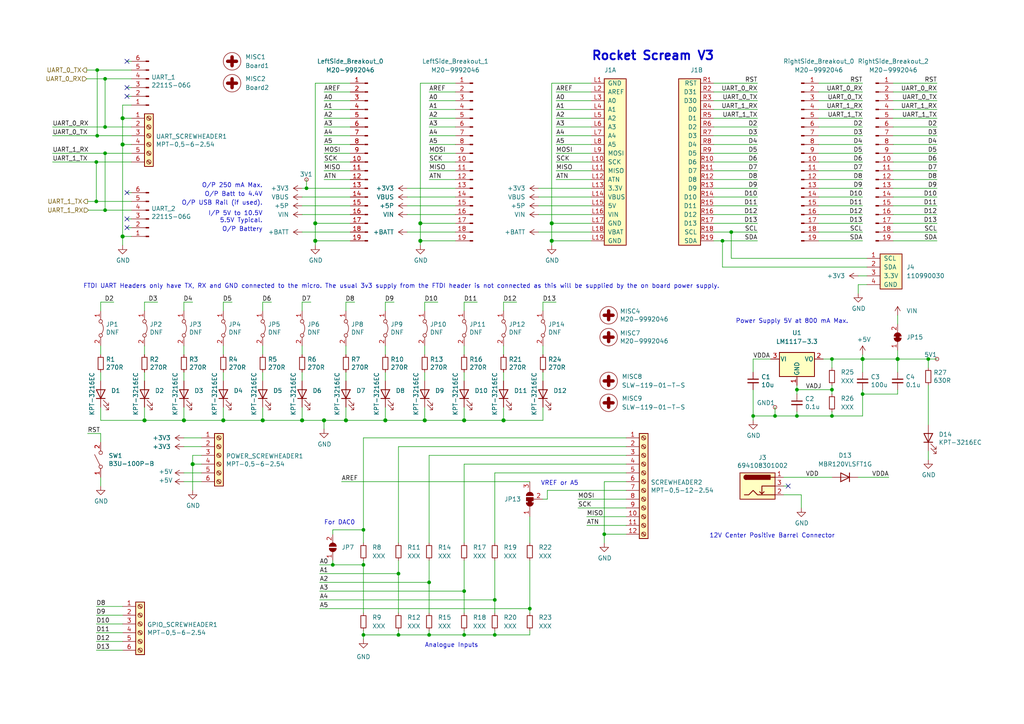
<source format=kicad_sch>
(kicad_sch (version 20211123) (generator eeschema)
  (paper "A4")
  (junction (at 134.62 171.45) (diameter 0.9144))
  (junction (at 105.41 153.67) (diameter 0.9144))
  (junction (at 35.56 68.58) (diameter 1.016))
  (junction (at 143.51 173.99) (diameter 0.9144))
  (junction (at 212.09 67.31))
  (junction (at 121.92 69.85) (diameter 1.016))
  (junction (at 91.44 69.85) (diameter 1.016))
  (junction (at 91.44 64.77) (diameter 1.016))
  (junction (at 76.2 121.92) (diameter 1.016))
  (junction (at 105.41 163.83) (diameter 0.9144))
  (junction (at 160.02 64.77) (diameter 1.016))
  (junction (at 30.48 22.86))
  (junction (at 124.46 184.15) (diameter 0.9144))
  (junction (at 53.34 121.92) (diameter 1.016))
  (junction (at 209.55 69.85))
  (junction (at 115.57 184.15) (diameter 0.9144))
  (junction (at 105.41 184.15) (diameter 0.9144))
  (junction (at 111.76 121.92) (diameter 1.016))
  (junction (at 269.24 104.14) (diameter 0.9144))
  (junction (at 123.19 121.92) (diameter 1.016))
  (junction (at 160.02 69.85) (diameter 1.016))
  (junction (at 88.9 54.61) (diameter 0.9144))
  (junction (at 27.94 58.42))
  (junction (at 241.3 104.14) (diameter 0.9144))
  (junction (at 146.05 121.92) (diameter 1.016))
  (junction (at 121.92 64.77) (diameter 1.016))
  (junction (at 241.3 120.65) (diameter 0.9144))
  (junction (at 134.62 184.15) (diameter 0.9144))
  (junction (at 30.48 44.45))
  (junction (at 30.48 60.96))
  (junction (at 30.48 36.83))
  (junction (at 87.63 121.92) (diameter 1.016))
  (junction (at 134.62 121.92) (diameter 1.016))
  (junction (at 96.52 163.83) (diameter 0.9144))
  (junction (at 218.44 120.65) (diameter 0.9144))
  (junction (at 28.194 39.37))
  (junction (at 143.51 184.15) (diameter 0.9144))
  (junction (at 100.33 121.92) (diameter 1.016))
  (junction (at 250.19 114.3) (diameter 0.9144))
  (junction (at 124.46 168.91) (diameter 0.9144))
  (junction (at 250.19 104.14) (diameter 1.016))
  (junction (at 35.56 41.91) (diameter 1.016))
  (junction (at 27.94 46.99))
  (junction (at 115.57 166.37) (diameter 0.9144))
  (junction (at 93.98 121.92) (diameter 1.016))
  (junction (at 231.14 113.03) (diameter 0.9144))
  (junction (at 224.79 120.65))
  (junction (at 260.35 104.14) (diameter 1.016))
  (junction (at 153.67 176.53) (diameter 0.9144))
  (junction (at 41.91 121.92) (diameter 1.016))
  (junction (at 35.56 34.29) (diameter 1.016))
  (junction (at 64.77 121.92) (diameter 1.016))
  (junction (at 28.194 20.32))
  (junction (at 55.88 134.62) (diameter 1.016))
  (junction (at 231.14 120.65) (diameter 0.9144))
  (junction (at 175.26 154.94))
  (junction (at 241.3 113.03) (diameter 0.9144))
  (no_connect (at 36.83 66.04))
  (no_connect (at 36.83 25.4))
  (no_connect (at 228.6 140.97))
  (no_connect (at 36.83 17.78))
  (no_connect (at 36.83 27.94))
  (no_connect (at 36.83 55.88))
  (no_connect (at 36.83 63.5))
  (wire (pts (xy 115.57 184.15) (xy 105.41 184.15)))
  (wire (pts (xy 124.46 184.15) (xy 115.57 184.15)))
  (wire (pts (xy 53.34 127) (xy 58.42 127)))
  (wire (pts (xy 250.19 31.75) (xy 237.49 31.75)))
  (wire (pts (xy 30.48 22.86) (xy 30.48 36.83)))
  (wire (pts (xy 64.77 87.63) (xy 64.77 90.17)))
  (wire (pts (xy 160.02 64.77) (xy 160.02 69.85)))
  (wire (pts (xy 100.33 87.63) (xy 100.33 90.17)))
  (wire (pts (xy 241.3 104.14) (xy 238.76 104.14)))
  (wire (pts (xy 175.26 154.94) (xy 181.61 154.94)))
  (wire (pts (xy 124.46 46.99) (xy 132.08 46.99)))
  (wire (pts (xy 132.08 29.21) (xy 124.46 29.21)))
  (wire (pts (xy 96.52 153.67) (xy 105.41 153.67)))
  (wire (pts (xy 161.29 52.07) (xy 171.45 52.07)))
  (wire (pts (xy 227.33 138.43) (xy 241.3 138.43)))
  (wire (pts (xy 227.33 140.97) (xy 228.6 140.97)))
  (wire (pts (xy 35.56 30.48) (xy 35.56 34.29)))
  (wire (pts (xy 160.02 69.85) (xy 171.45 69.85)))
  (wire (pts (xy 248.92 82.55) (xy 248.92 85.09)))
  (wire (pts (xy 212.09 67.31) (xy 212.09 74.93)))
  (wire (pts (xy 207.01 49.53) (xy 219.71 49.53)))
  (wire (pts (xy 115.57 162.56) (xy 115.57 166.37)))
  (wire (pts (xy 58.42 137.16) (xy 53.34 137.16)))
  (wire (pts (xy 161.29 46.99) (xy 171.45 46.99)))
  (wire (pts (xy 237.49 54.61) (xy 250.19 54.61)))
  (wire (pts (xy 143.51 182.88) (xy 143.51 184.15)))
  (wire (pts (xy 93.98 31.75) (xy 101.6 31.75)))
  (wire (pts (xy 93.98 36.83) (xy 101.6 36.83)))
  (wire (pts (xy 156.21 67.31) (xy 171.45 67.31)))
  (wire (pts (xy 55.88 132.08) (xy 55.88 134.62)))
  (wire (pts (xy 146.05 121.92) (xy 157.48 121.92)))
  (wire (pts (xy 87.63 57.15) (xy 101.6 57.15)))
  (wire (pts (xy 25.4 58.42) (xy 27.94 58.42)))
  (wire (pts (xy 27.94 58.42) (xy 38.1 58.42)))
  (wire (pts (xy 53.34 102.87) (xy 53.34 100.33)))
  (wire (pts (xy 269.24 130.81) (xy 269.24 133.35)))
  (wire (pts (xy 219.71 52.07) (xy 207.01 52.07)))
  (wire (pts (xy 100.33 107.95) (xy 100.33 110.49)))
  (wire (pts (xy 111.76 102.87) (xy 111.76 100.33)))
  (wire (pts (xy 121.92 69.85) (xy 121.92 71.12)))
  (wire (pts (xy 41.91 102.87) (xy 41.91 100.33)))
  (wire (pts (xy 121.92 64.77) (xy 132.08 64.77)))
  (wire (pts (xy 91.44 24.13) (xy 101.6 24.13)))
  (wire (pts (xy 124.46 157.48) (xy 124.46 132.08)))
  (wire (pts (xy 124.46 132.08) (xy 181.61 132.08)))
  (wire (pts (xy 111.76 118.11) (xy 111.76 121.92)))
  (wire (pts (xy 134.62 171.45) (xy 134.62 177.8)))
  (wire (pts (xy 29.21 138.43) (xy 29.21 140.97)))
  (wire (pts (xy 250.19 46.99) (xy 237.49 46.99)))
  (wire (pts (xy 271.78 26.67) (xy 259.08 26.67)))
  (wire (pts (xy 157.48 90.17) (xy 157.48 87.63)))
  (wire (pts (xy 58.42 132.08) (xy 55.88 132.08)))
  (wire (pts (xy 250.19 26.67) (xy 237.49 26.67)))
  (wire (pts (xy 143.51 157.48) (xy 143.51 137.16)))
  (wire (pts (xy 143.51 137.16) (xy 181.61 137.16)))
  (wire (pts (xy 27.94 46.99) (xy 27.94 58.42)))
  (wire (pts (xy 38.1 41.91) (xy 35.56 41.91)))
  (wire (pts (xy 237.49 59.69) (xy 250.19 59.69)))
  (wire (pts (xy 105.41 184.15) (xy 105.41 185.42)))
  (wire (pts (xy 88.9 54.61) (xy 101.6 54.61)))
  (wire (pts (xy 250.19 113.03) (xy 250.19 114.3)))
  (wire (pts (xy 259.08 39.37) (xy 271.78 39.37)))
  (wire (pts (xy 41.91 107.95) (xy 41.91 110.49)))
  (wire (pts (xy 41.91 121.92) (xy 53.34 121.92)))
  (wire (pts (xy 218.44 104.14) (xy 218.44 107.95)))
  (wire (pts (xy 76.2 87.63) (xy 76.2 90.17)))
  (wire (pts (xy 237.49 34.29) (xy 250.19 34.29)))
  (wire (pts (xy 237.49 64.77) (xy 250.19 64.77)))
  (wire (pts (xy 248.92 138.43) (xy 257.81 138.43)))
  (wire (pts (xy 161.29 29.21) (xy 171.45 29.21)))
  (wire (pts (xy 91.44 69.85) (xy 91.44 64.77)))
  (wire (pts (xy 53.34 121.92) (xy 64.77 121.92)))
  (wire (pts (xy 92.71 173.99) (xy 143.51 173.99)))
  (wire (pts (xy 124.46 26.67) (xy 132.08 26.67)))
  (wire (pts (xy 123.19 107.95) (xy 123.19 110.49)))
  (wire (pts (xy 241.3 104.14) (xy 241.3 106.68)))
  (wire (pts (xy 41.91 118.11) (xy 41.91 121.92)))
  (wire (pts (xy 76.2 121.92) (xy 87.63 121.92)))
  (wire (pts (xy 93.98 46.99) (xy 101.6 46.99)))
  (wire (pts (xy 259.08 29.21) (xy 271.78 29.21)))
  (wire (pts (xy 111.76 107.95) (xy 111.76 110.49)))
  (wire (pts (xy 101.6 49.53) (xy 93.98 49.53)))
  (wire (pts (xy 271.78 41.91) (xy 259.08 41.91)))
  (wire (pts (xy 55.88 134.62) (xy 58.42 134.62)))
  (wire (pts (xy 101.6 34.29) (xy 93.98 34.29)))
  (wire (pts (xy 35.56 68.58) (xy 38.1 68.58)))
  (wire (pts (xy 87.63 54.61) (xy 88.9 54.61)))
  (wire (pts (xy 153.67 176.53) (xy 153.67 177.8)))
  (wire (pts (xy 218.44 120.65) (xy 218.44 121.92)))
  (wire (pts (xy 248.92 80.01) (xy 251.46 80.01)))
  (wire (pts (xy 161.29 26.67) (xy 171.45 26.67)))
  (wire (pts (xy 167.64 144.78) (xy 181.61 144.78)))
  (wire (pts (xy 118.11 59.69) (xy 132.08 59.69)))
  (wire (pts (xy 156.21 57.15) (xy 171.45 57.15)))
  (wire (pts (xy 35.56 41.91) (xy 35.56 68.58)))
  (wire (pts (xy 29.21 102.87) (xy 29.21 100.33)))
  (wire (pts (xy 64.77 107.95) (xy 64.77 110.49)))
  (wire (pts (xy 146.05 102.87) (xy 146.05 100.33)))
  (wire (pts (xy 271.78 67.31) (xy 259.08 67.31)))
  (wire (pts (xy 269.24 104.14) (xy 271.78 104.14)))
  (wire (pts (xy 224.79 118.11) (xy 224.79 120.65)))
  (wire (pts (xy 146.05 118.11) (xy 146.05 121.92)))
  (wire (pts (xy 250.19 36.83) (xy 237.49 36.83)))
  (wire (pts (xy 207.01 34.29) (xy 219.71 34.29)))
  (wire (pts (xy 105.41 157.48) (xy 105.41 153.67)))
  (wire (pts (xy 134.62 87.63) (xy 138.43 87.63)))
  (wire (pts (xy 251.46 82.55) (xy 248.92 82.55)))
  (wire (pts (xy 156.21 54.61) (xy 171.45 54.61)))
  (wire (pts (xy 35.56 34.29) (xy 35.56 41.91)))
  (wire (pts (xy 160.02 64.77) (xy 171.45 64.77)))
  (wire (pts (xy 175.26 154.94) (xy 175.26 157.48)))
  (wire (pts (xy 269.24 104.14) (xy 260.35 104.14)))
  (wire (pts (xy 271.78 52.07) (xy 259.08 52.07)))
  (wire (pts (xy 27.94 183.515) (xy 35.56 183.515)))
  (wire (pts (xy 259.08 44.45) (xy 271.78 44.45)))
  (wire (pts (xy 237.49 44.45) (xy 250.19 44.45)))
  (wire (pts (xy 237.49 24.13) (xy 250.19 24.13)))
  (wire (pts (xy 124.46 168.91) (xy 124.46 177.8)))
  (wire (pts (xy 118.11 62.23) (xy 132.08 62.23)))
  (wire (pts (xy 260.35 114.3) (xy 260.35 113.03)))
  (wire (pts (xy 167.64 147.32) (xy 181.61 147.32)))
  (wire (pts (xy 41.91 87.63) (xy 45.72 87.63)))
  (wire (pts (xy 158.75 142.24) (xy 181.61 142.24)))
  (wire (pts (xy 219.71 57.15) (xy 207.01 57.15)))
  (wire (pts (xy 87.63 87.63) (xy 87.63 90.17)))
  (wire (pts (xy 224.79 120.65) (xy 231.14 120.65)))
  (wire (pts (xy 219.71 41.91) (xy 207.01 41.91)))
  (wire (pts (xy 105.41 162.56) (xy 105.41 163.83)))
  (wire (pts (xy 250.19 114.3) (xy 260.35 114.3)))
  (wire (pts (xy 105.41 127) (xy 181.61 127)))
  (wire (pts (xy 134.62 121.92) (xy 146.05 121.92)))
  (wire (pts (xy 170.18 149.86) (xy 181.61 149.86)))
  (wire (pts (xy 118.11 67.31) (xy 132.08 67.31)))
  (wire (pts (xy 35.56 30.48) (xy 38.1 30.48)))
  (wire (pts (xy 132.08 39.37) (xy 124.46 39.37)))
  (wire (pts (xy 260.35 104.14) (xy 250.19 104.14)))
  (wire (pts (xy 259.08 69.85) (xy 271.78 69.85)))
  (wire (pts (xy 269.24 111.76) (xy 269.24 123.19)))
  (wire (pts (xy 96.52 153.67) (xy 96.52 154.94)))
  (wire (pts (xy 111.76 87.63) (xy 111.76 90.17)))
  (wire (pts (xy 99.06 139.7) (xy 153.67 139.7)))
  (wire (pts (xy 241.3 120.65) (xy 250.19 120.65)))
  (wire (pts (xy 132.08 44.45) (xy 124.46 44.45)))
  (wire (pts (xy 93.98 52.07) (xy 101.6 52.07)))
  (wire (pts (xy 28.194 39.37) (xy 15.24 39.37)))
  (wire (pts (xy 38.1 39.37) (xy 28.194 39.37)))
  (wire (pts (xy 27.94 46.99) (xy 15.24 46.99)))
  (wire (pts (xy 38.1 46.99) (xy 27.94 46.99)))
  (wire (pts (xy 87.63 107.95) (xy 87.63 110.49)))
  (wire (pts (xy 227.33 143.51) (xy 232.41 143.51)))
  (wire (pts (xy 143.51 184.15) (xy 153.67 184.15)))
  (wire (pts (xy 27.94 186.055) (xy 35.56 186.055)))
  (wire (pts (xy 219.71 46.99) (xy 207.01 46.99)))
  (wire (pts (xy 134.62 171.45) (xy 134.62 162.56)))
  (wire (pts (xy 271.78 31.75) (xy 259.08 31.75)))
  (wire (pts (xy 271.78 46.99) (xy 259.08 46.99)))
  (wire (pts (xy 157.48 144.78) (xy 158.75 144.78)))
  (wire (pts (xy 123.19 87.63) (xy 123.19 90.17)))
  (wire (pts (xy 53.34 107.95) (xy 53.34 110.49)))
  (wire (pts (xy 207.01 64.77) (xy 219.71 64.77)))
  (wire (pts (xy 101.6 29.21) (xy 93.98 29.21)))
  (wire (pts (xy 105.41 163.83) (xy 105.41 177.8)))
  (wire (pts (xy 143.51 173.99) (xy 143.51 162.56)))
  (wire (pts (xy 53.34 139.7) (xy 58.42 139.7)))
  (wire (pts (xy 87.63 121.92) (xy 93.98 121.92)))
  (wire (pts (xy 124.46 31.75) (xy 132.08 31.75)))
  (wire (pts (xy 25.654 60.96) (xy 30.48 60.96)))
  (wire (pts (xy 30.48 60.96) (xy 38.1 60.96)))
  (wire (pts (xy 124.46 36.83) (xy 132.08 36.83)))
  (wire (pts (xy 101.6 44.45) (xy 93.98 44.45)))
  (wire (pts (xy 209.55 69.85) (xy 219.71 69.85)))
  (wire (pts (xy 212.09 74.93) (xy 251.46 74.93)))
  (wire (pts (xy 87.63 102.87) (xy 87.63 100.33)))
  (wire (pts (xy 241.3 120.65) (xy 231.14 120.65)))
  (wire (pts (xy 123.19 87.63) (xy 127 87.63)))
  (wire (pts (xy 27.94 180.975) (xy 35.56 180.975)))
  (wire (pts (xy 250.19 57.15) (xy 237.49 57.15)))
  (wire (pts (xy 87.63 59.69) (xy 101.6 59.69)))
  (wire (pts (xy 237.49 49.53) (xy 250.19 49.53)))
  (wire (pts (xy 207.01 39.37) (xy 219.71 39.37)))
  (wire (pts (xy 87.63 67.31) (xy 101.6 67.31)))
  (wire (pts (xy 25.146 20.32) (xy 28.194 20.32)))
  (wire (pts (xy 28.194 20.32) (xy 38.1 20.32)))
  (wire (pts (xy 115.57 157.48) (xy 115.57 129.54)))
  (wire (pts (xy 115.57 129.54) (xy 181.61 129.54)))
  (wire (pts (xy 134.62 102.87) (xy 134.62 100.33)))
  (wire (pts (xy 241.3 113.03) (xy 231.14 113.03)))
  (wire (pts (xy 25.4 125.73) (xy 29.21 125.73)))
  (wire (pts (xy 157.48 87.63) (xy 161.29 87.63)))
  (wire (pts (xy 93.98 41.91) (xy 101.6 41.91)))
  (wire (pts (xy 260.35 91.44) (xy 260.35 93.98)))
  (wire (pts (xy 153.67 184.15) (xy 153.67 182.88)))
  (wire (pts (xy 91.44 69.85) (xy 101.6 69.85)))
  (wire (pts (xy 28.194 20.32) (xy 28.194 39.37)))
  (wire (pts (xy 27.94 188.595) (xy 35.56 188.595)))
  (wire (pts (xy 161.29 44.45) (xy 171.45 44.45)))
  (wire (pts (xy 160.02 24.13) (xy 160.02 64.77)))
  (wire (pts (xy 30.48 44.45) (xy 30.48 60.96)))
  (wire (pts (xy 241.3 111.76) (xy 241.3 113.03)))
  (wire (pts (xy 260.35 107.95) (xy 260.35 104.14)))
  (wire (pts (xy 271.78 57.15) (xy 259.08 57.15)))
  (wire (pts (xy 29.21 107.95) (xy 29.21 110.49)))
  (wire (pts (xy 231.14 113.03) (xy 231.14 111.76)))
  (wire (pts (xy 76.2 102.87) (xy 76.2 100.33)))
  (wire (pts (xy 250.19 41.91) (xy 237.49 41.91)))
  (wire (pts (xy 64.77 87.63) (xy 67.31 87.63)))
  (wire (pts (xy 161.29 31.75) (xy 171.45 31.75)))
  (wire (pts (xy 207.01 29.21) (xy 219.71 29.21)))
  (wire (pts (xy 91.44 69.85) (xy 91.44 71.12)))
  (wire (pts (xy 53.34 87.63) (xy 53.34 90.17)))
  (wire (pts (xy 76.2 107.95) (xy 76.2 110.49)))
  (wire (pts (xy 93.98 121.92) (xy 93.98 124.46)))
  (wire (pts (xy 100.33 87.63) (xy 102.87 87.63)))
  (wire (pts (xy 207.01 44.45) (xy 219.71 44.45)))
  (wire (pts (xy 93.98 26.67) (xy 101.6 26.67)))
  (wire (pts (xy 38.1 17.78) (xy 36.83 17.78)))
  (wire (pts (xy 38.1 34.29) (xy 35.56 34.29)))
  (wire (pts (xy 161.29 41.91) (xy 171.45 41.91)))
  (wire (pts (xy 170.18 152.4) (xy 181.61 152.4)))
  (wire (pts (xy 64.77 102.87) (xy 64.77 100.33)))
  (wire (pts (xy 175.26 139.7) (xy 181.61 139.7)))
  (wire (pts (xy 157.48 107.95) (xy 157.48 110.49)))
  (wire (pts (xy 143.51 184.15) (xy 134.62 184.15)))
  (wire (pts (xy 146.05 87.63) (xy 149.86 87.63)))
  (wire (pts (xy 101.6 39.37) (xy 93.98 39.37)))
  (wire (pts (xy 259.08 49.53) (xy 271.78 49.53)))
  (wire (pts (xy 146.05 107.95) (xy 146.05 110.49)))
  (wire (pts (xy 237.49 39.37) (xy 250.19 39.37)))
  (wire (pts (xy 134.62 107.95) (xy 134.62 110.49)))
  (wire (pts (xy 111.76 87.63) (xy 114.3 87.63)))
  (wire (pts (xy 241.3 119.38) (xy 241.3 120.65)))
  (wire (pts (xy 134.62 184.15) (xy 124.46 184.15)))
  (wire (pts (xy 55.88 134.62) (xy 55.88 142.24)))
  (wire (pts (xy 36.83 25.4) (xy 38.1 25.4)))
  (wire (pts (xy 250.19 67.31) (xy 237.49 67.31)))
  (wire (pts (xy 207.01 59.69) (xy 219.71 59.69)))
  (wire (pts (xy 96.52 163.83) (xy 105.41 163.83)))
  (wire (pts (xy 64.77 121.92) (xy 76.2 121.92)))
  (wire (pts (xy 153.67 162.56) (xy 153.67 176.53)))
  (wire (pts (xy 92.71 176.53) (xy 153.67 176.53)))
  (wire (pts (xy 250.19 52.07) (xy 237.49 52.07)))
  (wire (pts (xy 29.21 118.11) (xy 29.21 121.92)))
  (wire (pts (xy 259.08 64.77) (xy 271.78 64.77)))
  (wire (pts (xy 271.78 62.23) (xy 259.08 62.23)))
  (wire (pts (xy 207.01 24.13) (xy 219.71 24.13)))
  (wire (pts (xy 27.94 175.895) (xy 35.56 175.895)))
  (wire (pts (xy 123.19 118.11) (xy 123.19 121.92)))
  (wire (pts (xy 132.08 49.53) (xy 124.46 49.53)))
  (wire (pts (xy 259.08 24.13) (xy 271.78 24.13)))
  (wire (pts (xy 29.21 125.73) (xy 29.21 128.27)))
  (wire (pts (xy 38.1 66.04) (xy 36.83 66.04)))
  (wire (pts (xy 124.46 52.07) (xy 132.08 52.07)))
  (wire (pts (xy 27.94 178.435) (xy 35.56 178.435)))
  (wire (pts (xy 53.34 87.63) (xy 55.88 87.63)))
  (wire (pts (xy 259.08 34.29) (xy 271.78 34.29)))
  (wire (pts (xy 132.08 34.29) (xy 124.46 34.29)))
  (wire (pts (xy 87.63 62.23) (xy 101.6 62.23)))
  (wire (pts (xy 91.44 64.77) (xy 101.6 64.77)))
  (wire (pts (xy 161.29 34.29) (xy 171.45 34.29)))
  (wire (pts (xy 134.62 157.48) (xy 134.62 134.62)))
  (wire (pts (xy 241.3 113.03) (xy 241.3 114.3)))
  (wire (pts (xy 118.11 54.61) (xy 132.08 54.61)))
  (wire (pts (xy 250.19 104.14) (xy 250.19 102.87)))
  (wire (pts (xy 219.71 26.67) (xy 207.01 26.67)))
  (wire (pts (xy 92.71 171.45) (xy 134.62 171.45)))
  (wire (pts (xy 219.71 62.23) (xy 207.01 62.23)))
  (wire (pts (xy 223.52 104.14) (xy 218.44 104.14)))
  (wire (pts (xy 124.46 168.91) (xy 124.46 162.56)))
  (wire (pts (xy 41.91 87.63) (xy 41.91 90.17)))
  (wire (pts (xy 219.71 36.83) (xy 207.01 36.83)))
  (wire (pts (xy 64.77 118.11) (xy 64.77 121.92)))
  (wire (pts (xy 157.48 118.11) (xy 157.48 121.92)))
  (wire (pts (xy 271.78 36.83) (xy 259.08 36.83)))
  (wire (pts (xy 105.41 153.67) (xy 105.41 127)))
  (wire (pts (xy 260.35 101.6) (xy 260.35 104.14)))
  (wire (pts (xy 124.46 182.88) (xy 124.46 184.15)))
  (wire (pts (xy 87.63 118.11) (xy 87.63 121.92)))
  (wire (pts (xy 250.19 62.23) (xy 237.49 62.23)))
  (wire (pts (xy 212.09 67.31) (xy 207.01 67.31)))
  (wire (pts (xy 219.71 67.31) (xy 212.09 67.31)))
  (wire (pts (xy 121.92 64.77) (xy 121.92 69.85)))
  (wire (pts (xy 121.92 69.85) (xy 132.08 69.85)))
  (wire (pts (xy 237.49 29.21) (xy 250.19 29.21)))
  (wire (pts (xy 207.01 54.61) (xy 219.71 54.61)))
  (wire (pts (xy 121.92 24.13) (xy 132.08 24.13)))
  (wire (pts (xy 161.29 36.83) (xy 171.45 36.83)))
  (wire (pts (xy 123.19 121.92) (xy 134.62 121.92)))
  (wire (pts (xy 250.19 107.95) (xy 250.19 104.14)))
  (wire (pts (xy 30.48 22.86) (xy 25.146 22.86)))
  (wire (pts (xy 38.1 22.86) (xy 30.48 22.86)))
  (wire (pts (xy 146.05 87.63) (xy 146.05 90.17)))
  (wire (pts (xy 76.2 87.63) (xy 78.74 87.63)))
  (wire (pts (xy 88.9 52.07) (xy 88.9 54.61)))
  (wire (pts (xy 218.44 120.65) (xy 224.79 120.65)))
  (wire (pts (xy 96.52 162.56) (xy 96.52 163.83)))
  (wire (pts (xy 250.19 104.14) (xy 241.3 104.14)))
  (wire (pts (xy 269.24 104.14) (xy 269.24 106.68)))
  (wire (pts (xy 92.71 163.83) (xy 96.52 163.83)))
  (wire (pts (xy 105.41 184.15) (xy 105.41 182.88)))
  (wire (pts (xy 219.71 31.75) (xy 207.01 31.75)))
  (wire (pts (xy 29.21 121.92) (xy 41.91 121.92)))
  (wire (pts (xy 36.83 55.88) (xy 38.1 55.88)))
  (wire (pts (xy 160.02 24.13) (xy 171.45 24.13)))
  (wire (pts (xy 93.98 121.92) (xy 100.33 121.92)))
  (wire (pts (xy 134.62 182.88) (xy 134.62 184.15)))
  (wire (pts (xy 118.11 57.15) (xy 132.08 57.15)))
  (wire (pts (xy 259.08 59.69) (xy 271.78 59.69)))
  (wire (pts (xy 231.14 113.03) (xy 231.14 114.3)))
  (wire (pts (xy 231.14 119.38) (xy 231.14 120.65)))
  (wire (pts (xy 123.19 102.87) (xy 123.19 100.33)))
  (wire (pts (xy 161.29 49.53) (xy 171.45 49.53)))
  (wire (pts (xy 143.51 173.99) (xy 143.51 177.8)))
  (wire (pts (xy 156.21 62.23) (xy 171.45 62.23)))
  (wire (pts (xy 209.55 77.47) (xy 209.55 69.85)))
  (wire (pts (xy 53.34 129.54) (xy 58.42 129.54)))
  (wire (pts (xy 218.44 113.03) (xy 218.44 120.65)))
  (wire (pts (xy 53.34 118.11) (xy 53.34 121.92)))
  (wire (pts (xy 76.2 118.11) (xy 76.2 121.92)))
  (wire (pts (xy 36.83 27.94) (xy 38.1 27.94)))
  (wire (pts (xy 36.83 63.5) (xy 38.1 63.5)))
  (wire (pts (xy 134.62 134.62) (xy 181.61 134.62)))
  (wire (pts (xy 158.75 142.24) (xy 158.75 144.78)))
  (wire (pts (xy 29.21 87.63) (xy 33.02 87.63)))
  (wire (pts (xy 15.24 36.83) (xy 30.48 36.83)))
  (wire (pts (xy 30.48 36.83) (xy 38.1 36.83)))
  (wire (pts (xy 100.33 118.11) (xy 100.33 121.92)))
  (wire (pts (xy 121.92 24.13) (xy 121.92 64.77)))
  (wire (pts (xy 207.01 69.85) (xy 209.55 69.85)))
  (wire (pts (xy 250.19 120.65) (xy 250.19 114.3)))
  (wire (pts (xy 134.62 87.63) (xy 134.62 90.17)))
  (wire (pts (xy 92.71 168.91) (xy 124.46 168.91)))
  (wire (pts (xy 153.67 149.86) (xy 153.67 157.48)))
  (wire (pts (xy 161.29 39.37) (xy 171.45 39.37)))
  (wire (pts (xy 259.08 54.61) (xy 271.78 54.61)))
  (wire (pts (xy 115.57 166.37) (xy 92.71 166.37)))
  (wire (pts (xy 87.63 87.63) (xy 90.17 87.63)))
  (wire (pts (xy 237.49 69.85) (xy 250.19 69.85)))
  (wire (pts (xy 251.46 77.47) (xy 209.55 77.47)))
  (wire (pts (xy 124.46 41.91) (xy 132.08 41.91)))
  (wire (pts (xy 157.48 102.87) (xy 157.48 100.33)))
  (wire (pts (xy 160.02 69.85) (xy 160.02 71.12)))
  (wire (pts (xy 115.57 166.37) (xy 115.57 177.8)))
  (wire (pts (xy 100.33 121.92) (xy 111.76 121.92)))
  (wire (pts (xy 29.21 87.63) (xy 29.21 90.17)))
  (wire (pts (xy 111.76 121.92) (xy 123.19 121.92)))
  (wire (pts (xy 232.41 143.51) (xy 232.41 147.32)))
  (wire (pts (xy 100.33 102.87) (xy 100.33 100.33)))
  (wire (pts (xy 156.21 59.69) (xy 171.45 59.69)))
  (wire (pts (xy 134.62 118.11) (xy 134.62 121.92)))
  (wire (pts (xy 175.26 139.7) (xy 175.26 154.94)))
  (wire (pts (xy 91.44 64.77) (xy 91.44 24.13)))
  (wire (pts (xy 115.57 182.88) (xy 115.57 184.15)))
  (wire (pts (xy 35.56 68.58) (xy 35.56 71.12)))
  (wire (pts (xy 30.48 44.45) (xy 15.24 44.45)))
  (wire (pts (xy 38.1 44.45) (xy 30.48 44.45)))
  (text "O/P USB Rail (if used)." (at 76.2 59.69 180) (effects (font (size 1.27 1.27)) (justify right bottom)))
  (text "O/P Batt to 4.4V" (at 76.2 57.15 180) (effects (font (size 1.27 1.27)) (justify right bottom)))
  (text "12V Center Positive Barrel Connector" (at 205.74 156.21 0) (effects (font (size 1.27 1.27)) (justify left bottom)))
  (text "For DAC0" (at 93.98 152.4 0) (effects (font (size 1.27 1.27)) (justify left bottom)))
  (text "Analogue Inputs" (at 123.19 187.96 0) (effects (font (size 1.27 1.27)) (justify left bottom)))
  (text "I/P 5V to 10.5V\n5.5V Typical." (at 76.2 64.77 180) (effects (font (size 1.27 1.27)) (justify right bottom)))
  (text "Rocket Scream V3" (at 171.45 17.78 0) (effects (font (size 2.54 2.54) (thickness 0.508) bold) (justify left bottom)))
  (text "Power Supply 5V at 800 mA Max." (at 213.36 93.98 0) (effects (font (size 1.27 1.27)) (justify left bottom)))
  (text "O/P 250 mA Max." (at 76.2 54.61 180) (effects (font (size 1.27 1.27)) (justify right bottom)))
  (text "FTDI UART Headers only have TX, RX and GND connected to the micro. The usual 3v3 supply from the FTDI header is not connected as this will be supplied by the on board power supply." (at 24.13 83.82 0) (effects (font (size 1.27 1.27)) (justify left bottom)))
  (text "VREF or A5" (at 156.845 140.97 0) (effects (font (size 1.27 1.27)) (justify left bottom)))
  (text "O/P Battery" (at 76.2 67.31 180) (effects (font (size 1.27 1.27)) (justify right bottom)))
  (label "A5" (at 93.98 41.91 0))
  (label "MISO" (at 93.98 49.53 0))
  (label "UART_1_RX" (at 250.19 31.75 180))
  (label "D9" (at 114.3 87.63 180))
  (label "D2" (at 33.02 87.63 180))
  (label "MISO" (at 124.46 49.53 0))
  (label "D7" (at 271.78 49.53 180))
  (label "D13" (at 27.94 188.595 0))
  (label "ATN" (at 124.46 52.07 0))
  (label "D13" (at 250.19 64.77 180))
  (label "SCK" (at 167.64 147.32 0))
  (label "D12" (at 219.71 62.23 180))
  (label "AREF" (at 124.46 26.67 0))
  (label "ATN" (at 161.29 52.07 0))
  (label "UART_1_RX" (at 271.78 31.75 180))
  (label "D5" (at 219.71 44.45 180))
  (label "D11" (at 219.71 59.69 180))
  (label "A4" (at 93.98 39.37 0))
  (label "A2" (at 93.98 34.29 0))
  (label "D10" (at 271.78 57.15 180))
  (label "SCK" (at 161.29 46.99 0))
  (label "D5" (at 271.78 44.45 180))
  (label "D13" (at 161.29 87.63 180))
  (label "D9" (at 27.94 178.435 0))
  (label "D11" (at 271.78 59.69 180))
  (label "MISO" (at 161.29 49.53 0))
  (label "D8" (at 102.87 87.63 180))
  (label "A4" (at 124.46 39.37 0))
  (label "D12" (at 271.78 62.23 180))
  (label "SDA" (at 271.78 69.85 180))
  (label "D6" (at 219.71 46.99 180))
  (label "D8" (at 250.19 52.07 180))
  (label "RST" (at 250.19 24.13 180))
  (label "A3" (at 93.98 36.83 0))
  (label "D8" (at 219.71 52.07 180))
  (label "ATN" (at 170.18 152.4 0))
  (label "UART_1_RX" (at 219.71 31.75 180))
  (label "UART_1_TX" (at 250.19 34.29 180))
  (label "UART_0_TX" (at 271.78 29.21 180))
  (label "A0" (at 92.71 163.83 0))
  (label "A4" (at 161.29 39.37 0))
  (label "VDD" (at 233.68 138.43 0))
  (label "D7" (at 219.71 49.53 180))
  (label "A2" (at 124.46 34.29 0))
  (label "ATN" (at 93.98 52.07 0))
  (label "D13" (at 219.71 64.77 180))
  (label "RST" (at 219.71 24.13 180))
  (label "A5" (at 92.71 176.53 0))
  (label "SCK" (at 93.98 46.99 0))
  (label "A2" (at 161.29 34.29 0))
  (label "D2" (at 271.78 36.83 180))
  (label "SCL" (at 271.78 67.31 180))
  (label "D10" (at 27.94 180.975 0))
  (label "UART_0_RX" (at 15.24 36.83 0))
  (label "D13" (at 271.78 64.77 180))
  (label "D6" (at 78.74 87.63 180))
  (label "D4" (at 55.88 87.63 180))
  (label "D2" (at 219.71 36.83 180))
  (label "D8" (at 271.78 52.07 180))
  (label "D7" (at 250.19 49.53 180))
  (label "D8" (at 27.94 175.895 0))
  (label "SDA" (at 250.19 69.85 180))
  (label "D3" (at 219.71 39.37 180))
  (label "D5" (at 250.19 44.45 180))
  (label "MOSI" (at 93.98 44.45 0))
  (label "SCK" (at 124.46 46.99 0))
  (label "UART_1_TX" (at 15.24 46.99 0))
  (label "UART_1_TX" (at 219.71 34.29 180))
  (label "D12" (at 149.86 87.63 180))
  (label "AREF" (at 93.98 26.67 0))
  (label "D9" (at 271.78 54.61 180))
  (label "D7" (at 90.17 87.63 180))
  (label "D5" (at 67.31 87.63 180))
  (label "A0" (at 124.46 29.21 0))
  (label "A0" (at 93.98 29.21 0))
  (label "D3" (at 271.78 39.37 180))
  (label "D10" (at 250.19 57.15 180))
  (label "A4" (at 92.71 173.99 0))
  (label "D3" (at 45.72 87.63 180))
  (label "UART_0_RX" (at 219.71 26.67 180))
  (label "A1" (at 161.29 31.75 0))
  (label "D10" (at 219.71 57.15 180))
  (label "AREF" (at 161.29 26.67 0))
  (label "AREF" (at 99.06 139.7 0))
  (label "D4" (at 219.71 41.91 180))
  (label "A3" (at 124.46 36.83 0))
  (label "SCL" (at 250.19 67.31 180))
  (label "D4" (at 250.19 41.91 180))
  (label "VADJ" (at 233.68 113.03 0))
  (label "SDA" (at 219.71 69.85 180))
  (label "UART_0_TX" (at 15.24 39.37 0))
  (label "MOSI" (at 161.29 44.45 0))
  (label "D3" (at 250.19 39.37 180))
  (label "UART_0_TX" (at 219.71 29.21 180))
  (label "UART_0_TX" (at 250.19 29.21 180))
  (label "A1" (at 92.71 166.37 0))
  (label "A1" (at 124.46 31.75 0))
  (label "D2" (at 250.19 36.83 180))
  (label "MOSI" (at 167.64 144.78 0))
  (label "VDDA" (at 218.44 104.14 0))
  (label "MOSI" (at 124.46 44.45 0))
  (label "UART_1_RX" (at 15.24 44.45 0))
  (label "D12" (at 250.19 62.23 180))
  (label "D9" (at 219.71 54.61 180))
  (label "SCL" (at 219.71 67.31 180))
  (label "VDDA" (at 257.81 138.43 180))
  (label "MISO" (at 170.18 149.86 0))
  (label "UART_1_TX" (at 271.78 34.29 180))
  (label "A3" (at 92.71 171.45 0))
  (label "RST" (at 25.4 125.73 0))
  (label "A5" (at 161.29 41.91 0))
  (label "UART_0_RX" (at 271.78 26.67 180))
  (label "D9" (at 250.19 54.61 180))
  (label "A2" (at 92.71 168.91 0))
  (label "A1" (at 93.98 31.75 0))
  (label "RST" (at 271.78 24.13 180))
  (label "D11" (at 250.19 59.69 180))
  (label "D6" (at 271.78 46.99 180))
  (label "D12" (at 27.94 186.055 0))
  (label "D4" (at 271.78 41.91 180))
  (label "D11" (at 138.43 87.63 180))
  (label "UART_0_RX" (at 250.19 26.67 180))
  (label "D6" (at 250.19 46.99 180))
  (label "A5" (at 124.46 41.91 0))
  (label "A3" (at 161.29 36.83 0))
  (label "D10" (at 127 87.63 180))
  (label "D11" (at 27.94 183.515 0))
  (label "A0" (at 161.29 29.21 0))
  (hierarchical_label "UART_1_TX" (shape output) (at 25.4 58.42 180))
  (hierarchical_label "UART_0_RX" (shape input) (at 25.146 22.86 180))
  (hierarchical_label "UART_1_RX" (shape input) (at 25.654 60.96 180))
  (hierarchical_label "UART_0_TX" (shape output) (at 25.146 20.32 180))
  (symbol (lib_id "power:GND") (at 91.44 71.12 0) (unit 1)
    (property "Reference" "#PWR0110" (effects hide))
    (property "Value" "GND" (at 91.567 75.5142 0))
  )
  (symbol (lib_id "Device:R_Small") (at 41.91 105.41 0) (unit 1)
    (property "Reference" "R2" (at 43.4086 104.2416 0) (effects (justify left)))
    (property "Value" "270R" (at 43.4086 106.553 0) (effects (justify left)))
    (property "Footprint" "Resistor_SMD:R_1206_3216Metric_Pad1.30x1.75mm_HandSolder" (effects hide))
    (property "Desc" "SMD Resistor, 1206 Footprint, 100R" (effects hide))
    (property "Dist" "Farnell" (effects hide))
    (property "Dist PN" "2447454" (effects hide))
    (property "Manu PN" "MCWR12X1000FTL" (effects hide))
  )
  (symbol (lib_id "power:GND") (at 160.02 71.12 0) (unit 1)
    (property "Reference" "#PWR0122" (effects hide))
    (property "Value" "GND" (at 160.147 75.5142 0))
  )
  (symbol (lib_id "power:+5V") (at 250.19 102.87 0) (unit 1)
    (property "Reference" "#PWR0129" (effects hide))
    (property "Value" "+5V" (at 250.571 98.4758 0))
  )
  (symbol (lib_id "Connector:Conn_01x06_Male") (at 43.18 63.5 180) (unit 1)
    (property "Reference" "UART_2" (at 43.8912 60.5028 0) (effects (justify right)))
    (property "Value" "2211S-06G" (at 43.8912 62.8142 0) (effects (justify right)))
    (property "Footprint" "Connector_PinHeader_2.54mm:PinHeader_1x06_P2.54mm_Vertical" (effects hide))
    (property "Desc" "6 way 2.54mm pin header" (effects hide))
    (property "Dist" "Farnell" (effects hide))
    (property "Dist PN" "1593415 " (effects hide))
    (property "Manu" "MULTICOMP PRO" (effects hide))
    (property "Manu PN" "2211S-06G" (effects hide))
  )
  (symbol (lib_id "Switch:SW_SPST") (at 29.21 133.35 90) (unit 1)
    (property "Reference" "SW1" (at 31.4452 132.1816 90) (effects (justify right)))
    (property "Value" "B3U-100P-B" (at 31.4452 134.493 90) (effects (justify right)))
    (property "Footprint" "Button_Switch_SMD:SW_SPST_B3U-1000P-B" (effects hide))
    (property "Desc" "SMD SPST Switch" (effects hide))
    (property "Dist" "Farnell" (effects hide))
    (property "Dist PN" "3121173" (effects hide))
    (property "Manu" "OMRON" (effects hide))
    (property "Manu PN" "B3FS-1002" (effects hide))
  )
  (symbol (lib_id "power:+5P") (at 87.63 59.69 90) (unit 1)
    (property "Reference" "#PWR0113" (effects hide))
    (property "Value" "+5P" (at 83.82 59.6899 90) (effects (justify left)))
  )
  (symbol (lib_id "Device:R_Small") (at 105.41 180.34 0) (unit 1)
    (property "Reference" "R9" (at 107.95 179.0699 0) (effects (justify left)))
    (property "Value" "XXX" (at 107.95 181.6099 0) (effects (justify left)))
    (property "Footprint" "Resistor_SMD:R_1206_3216Metric_Pad1.30x1.75mm_HandSolder" (effects hide))
  )
  (symbol (lib_id "power:+BATT") (at 87.63 67.31 90) (unit 1)
    (property "Reference" "#PWR0111" (effects hide))
    (property "Value" "+BATT" (at 83.82 67.3099 90) (effects (justify left)))
  )
  (symbol (lib_id "Jumper:SolderJumper_2_Open") (at 96.52 158.75 90) (unit 1)
    (property "Reference" "JP7" (at 99.06 158.7499 90) (effects (justify right)))
    (property "Value" "DNF" (effects hide))
    (property "Footprint" "Jumper:SolderJumper-2_P1.3mm_Open_RoundedPad1.0x1.5mm" (effects hide))
  )
  (symbol (lib_id "Jumper:Jumper_2_Bridged") (at 134.62 95.25 270) (unit 1)
    (property "Reference" "JP11" (at 136.0932 94.0816 90) (effects (justify left)))
    (property "Value" "DNF" (at 136.0932 96.393 90) (effects (justify left)))
    (property "Footprint" "Jumper:SolderJumper-2_P1.3mm_Bridged_RoundedPad1.0x1.5mm" (effects hide))
    (property "Dist" "---" (effects hide))
    (property "Desc" "---" (effects hide))
    (property "Dist PN" "---" (effects hide))
    (property "Manu" "---" (effects hide))
    (property "Manu PN" "---" (effects hide))
  )
  (symbol (lib_id "Connector:Screw_Terminal_01x06") (at 63.5 132.08 0) (unit 1)
    (property "Reference" "POWER_SCREWHEADER1" (at 65.532 132.2832 0) (effects (justify left)))
    (property "Value" "MPT-0,5-6-2.54" (at 65.532 134.5946 0) (effects (justify left)))
    (property "Footprint" "TerminalBlock_Phoenix:TerminalBlock_Phoenix_MPT-0,5-6-2.54_1x06_P2.54mm_Horizontal" (effects hide))
    (property "Desc" "Phoenix_MPT-0,5-6-2.54_1x06_P2.54mm_Horizontal" (effects hide))
    (property "Dist" "Farnell" (effects hide))
    (property "Dist PN" "3041426" (effects hide))
    (property "Manu" "Phoenix Contact" (effects hide))
    (property "Manu PN" "1725698" (effects hide))
  )
  (symbol (lib_id "DASADSTL:SLW-119-01-T-S") (at 176.53 110.49 0) (unit 1)
    (property "Reference" "MISC8" (at 180.34 109.2199 0) (effects (justify left)))
    (property "Value" "SLW-119-01-T-S" (at 180.34 111.7599 0) (effects (justify left)))
    (property "Footprint" "BOM_Only_Parts:Dummy_Footprint_for_BOM" (effects hide))
    (property "Desc" "19 way 2.54mm pin socket" (effects hide))
    (property "Dist" "Farnell" (effects hide))
    (property "Dist PN" "SAMTEC" (effects hide))
    (property "Manu" "HARWIN" (effects hide))
    (property "Manu PN" "SLW-119-01-T-S" (effects hide))
  )
  (symbol (lib_id "DASADSTL:M20-9992046") (at 176.53 97.79 0) (unit 1)
    (property "Reference" "MISC7" (at 179.7812 96.6216 0) (effects (justify left)))
    (property "Value" "M20-9992046" (at 179.7812 98.933 0) (effects (justify left)))
    (property "Footprint" "BOM_Only_Parts:Dummy_Footprint_for_BOM" (effects hide))
    (property "Desc" "19 way 2.54mm pin header for processor board" (effects hide))
    (property "Dist" "Farnell" (effects hide))
    (property "Dist PN" "1022262" (effects hide))
    (property "Manu" "HARWIN" (effects hide))
    (property "Manu PN" "M20-9992046" (effects hide))
    (property "Alt PN" "TSW-119-06-T-S" (effects hide))
  )
  (symbol (lib_id "Device:C_Small") (at 260.35 110.49 0) (unit 1)
    (property "Reference" "C4" (at 262.6868 109.3216 0) (effects (justify left)))
    (property "Value" "0.1u" (at 262.6868 111.633 0) (effects (justify left)))
    (property "Footprint" "Capacitor_SMD:C_1206_3216Metric_Pad1.33x1.80mm_HandSolder" (effects hide))
    (property "Desc" "SMD Capacitor 0.1uF, 1206 footprint" (effects hide))
    (property "Dist" "Farnell" (effects hide))
    (property "Dist PN" "9406557" (effects hide))
    (property "Manu" "MULTICOMP PRO" (effects hide))
    (property "Manu PN" "MCU1206R104KCT" (effects hide))
  )
  (symbol (lib_id "power:VBUS") (at 118.11 57.15 90) (unit 1)
    (property "Reference" "#PWR0118" (effects hide))
    (property "Value" "VBUS" (at 114.3 57.1499 90) (effects (justify left)))
  )
  (symbol (lib_id "power:+BATT") (at 118.11 67.31 90) (unit 1)
    (property "Reference" "#PWR0117" (effects hide))
    (property "Value" "+BATT" (at 114.3 67.3099 90) (effects (justify left)))
  )
  (symbol (lib_id "Connector:Screw_Terminal_01x12") (at 186.69 139.7 0) (unit 1)
    (property "Reference" "SCREWHEADER2" (at 188.722 139.9032 0) (effects (justify left)))
    (property "Value" "MPT-0,5-12-2.54" (at 188.722 142.2146 0) (effects (justify left)))
    (property "Footprint" "TerminalBlock_Phoenix:TerminalBlock_Phoenix_MPT-0,5-12-2.54_1x12_P2.54mm_Horizontal" (effects hide))
    (property "Desc" "Phoenix_MPT-0,5-12-2.54_1x12_P2.54mm_Horizontal" (effects hide))
    (property "Dist" "Farnell" (effects hide))
    (property "Dist PN" "3041426" (effects hide))
    (property "Manu" "Phoenix Contact" (effects hide))
    (property "Manu PN" "1725698" (effects hide))
  )
  (symbol (lib_id "DASADSTL:SLW-119-01-T-S") (at 176.53 116.84 0) (unit 1)
    (property "Reference" "MISC9" (at 180.34 115.5699 0) (effects (justify left)))
    (property "Value" "SLW-119-01-T-S" (at 180.34 118.1099 0) (effects (justify left)))
    (property "Footprint" "BOM_Only_Parts:Dummy_Footprint_for_BOM" (effects hide))
    (property "Desc" "19 way 2.54mm pin socket" (effects hide))
    (property "Dist" "Farnell" (effects hide))
    (property "Dist PN" "SAMTEC" (effects hide))
    (property "Manu" "HARWIN" (effects hide))
    (property "Manu PN" "SLW-119-01-T-S" (effects hide))
  )
  (symbol (lib_id "Device:LED") (at 123.19 114.3 90) (unit 1)
    (property "Reference" "D9" (at 126.1872 113.3094 90) (effects (justify right)))
    (property "Value" "KPT-3216EC" (at 120.65 107.95 0) (effects (justify right)))
    (property "Footprint" "LED_SMD:LED_1206_3216Metric_Pad1.42x1.75mm_HandSolder" (effects hide))
    (property "Desc" "SMD LED, 1206 Footprint, Red" (effects hide))
    (property "Dist" "Farnell" (effects hide))
    (property "Dist PN" "2099245" (effects hide))
    (property "Manu" "Kingbright" (effects hide))
    (property "Manu PN" "KPT-3216EC" (effects hide))
  )
  (symbol (lib_id "Connector:Conn_01x19_Male") (at 232.41 46.99 0) (unit 1)
    (property "Reference" "RightSide_Breakout_0" (at 237.49 17.78 0))
    (property "Value" "M20-9992046" (at 237.49 20.32 0))
    (property "Footprint" "Connector_PinHeader_2.54mm:PinHeader_1x19_P2.54mm_Vertical" (effects hide))
    (property "Desc" "19 way 2.54mm pin header" (effects hide))
    (property "Dist" "Farnell" (effects hide))
    (property "Dist PN" "1022262" (effects hide))
    (property "Manu" "HARWIN" (effects hide))
    (property "Manu PN" "M20-9992046" (effects hide))
    (property "Alt PN" "TSW-119-06-T-S" (effects hide))
  )
  (symbol (lib_id "Device:R_Small") (at 124.46 160.02 0) (unit 1)
    (property "Reference" "R14" (at 127 158.7499 0) (effects (justify left)))
    (property "Value" "XXX" (at 127 161.2899 0) (effects (justify left)))
    (property "Footprint" "Resistor_SMD:R_1206_3216Metric_Pad1.30x1.75mm_HandSolder" (effects hide))
  )
  (symbol (lib_id "power:+5V") (at 53.34 139.7 90) (unit 1)
    (property "Reference" "#PWR0105" (effects hide))
    (property "Value" "+5V" (at 50.0888 139.319 90) (effects (justify left)))
  )
  (symbol (lib_id "Device:LED") (at 87.63 114.3 90) (unit 1)
    (property "Reference" "D6" (at 90.6272 113.3094 90) (effects (justify right)))
    (property "Value" "KPT-3216EC" (at 85.09 107.95 0) (effects (justify right)))
    (property "Footprint" "LED_SMD:LED_1206_3216Metric_Pad1.42x1.75mm_HandSolder" (effects hide))
    (property "Desc" "SMD LED, 1206 Footprint, Red" (effects hide))
    (property "Dist" "Farnell" (effects hide))
    (property "Dist PN" "2099245" (effects hide))
    (property "Manu" "Kingbright" (effects hide))
    (property "Manu PN" "KPT-3216EC" (effects hide))
  )
  (symbol (lib_id "Device:LED") (at 134.62 114.3 90) (unit 1)
    (property "Reference" "D10" (at 137.6172 113.3094 90) (effects (justify right)))
    (property "Value" "KPT-3216EC" (at 132.08 107.95 0) (effects (justify right)))
    (property "Footprint" "LED_SMD:LED_1206_3216Metric_Pad1.42x1.75mm_HandSolder" (effects hide))
    (property "Desc" "SMD LED, 1206 Footprint, Red" (effects hide))
    (property "Dist" "Farnell" (effects hide))
    (property "Dist PN" "2099245" (effects hide))
    (property "Manu" "Kingbright" (effects hide))
    (property "Manu PN" "KPT-3216EC" (effects hide))
  )
  (symbol (lib_id "Device:R_Small") (at 105.41 160.02 0) (unit 1)
    (property "Reference" "R8" (at 107.95 158.7499 0) (effects (justify left)))
    (property "Value" "XXX" (at 107.95 161.2899 0) (effects (justify left)))
    (property "Footprint" "Resistor_SMD:R_1206_3216Metric_Pad1.30x1.75mm_HandSolder" (effects hide))
  )
  (symbol (lib_id "Connector:Barrel_Jack_Switch") (at 219.71 140.97 0) (unit 1)
    (property "Reference" "J3" (at 221.1578 132.715 0))
    (property "Value" "694108301002" (at 221.1578 135.0264 0))
    (property "Footprint" "Connector_BarrelJack:BarrelJack_Wuerth_6941xx301002" (effects hide))
    (property "Datasheet" "https://www.we-online.com/catalog/datasheet/694108301002.pdf" (effects hide))
    (property "Desc" "Wuerth_6941xx301002" (effects hide))
    (property "Dist" "Farnell" (effects hide))
    (property "Dist PN" "2472153" (effects hide))
    (property "Manu" "WUERTH ELEKTRONIK" (effects hide))
    (property "Manu PN" "694108301002" (effects hide))
  )
  (symbol (lib_id "Jumper:Jumper_2_Bridged") (at 123.19 95.25 270) (unit 1)
    (property "Reference" "JP10" (at 124.6632 94.0816 90) (effects (justify left)))
    (property "Value" "DNF" (at 124.6632 96.393 90) (effects (justify left)))
    (property "Footprint" "Jumper:SolderJumper-2_P1.3mm_Bridged_RoundedPad1.0x1.5mm" (effects hide))
    (property "Dist" "---" (effects hide))
    (property "Desc" "---" (effects hide))
    (property "Dist PN" "---" (effects hide))
    (property "Manu" "---" (effects hide))
    (property "Manu PN" "---" (effects hide))
  )
  (symbol (lib_id "DASADSTL:VIN") (at 156.21 62.23 90) (unit 1)
    (property "Reference" "#PWR0124" (effects hide))
    (property "Value" "VIN" (at 152.4 62.2299 90) (effects (justify left)))
  )
  (symbol (lib_id "DASADSTL:VIN") (at 87.63 62.23 90) (unit 1)
    (property "Reference" "#PWR0114" (effects hide))
    (property "Value" "VIN" (at 83.82 62.2299 90) (effects (justify left)))
  )
  (symbol (lib_id "power:GND") (at 29.21 140.97 0) (unit 1)
    (property "Reference" "#PWR0104" (effects hide))
    (property "Value" "GND" (at 29.337 145.3642 0))
  )
  (symbol (lib_id "Device:R_Small") (at 157.48 105.41 0) (unit 1)
    (property "Reference" "R24" (at 158.9786 104.2416 0) (effects (justify left)))
    (property "Value" "270R" (at 158.9786 106.553 0) (effects (justify left)))
    (property "Footprint" "Resistor_SMD:R_1206_3216Metric_Pad1.30x1.75mm_HandSolder" (effects hide))
    (property "Desc" "SMD Resistor, 1206 Footprint, 100R" (effects hide))
    (property "Dist" "Farnell" (effects hide))
    (property "Dist PN" "2447454" (effects hide))
    (property "Manu PN" "MCWR12X1000FTL" (effects hide))
  )
  (symbol (lib_id "power:+5V") (at 53.34 137.16 90) (unit 1)
    (property "Reference" "#PWR0106" (effects hide))
    (property "Value" "+5V" (at 50.0888 136.779 90) (effects (justify left)))
  )
  (symbol (lib_id "Connector:TestPoint_Small") (at 88.9 52.07 90) (unit 1)
    (property "Reference" "3V1" (at 90.6779 50.546 90) (effects (justify left)))
    (property "Value" "DNF" (effects hide))
    (property "Footprint" "DASADSTL:PADDY" (effects hide))
  )
  (symbol (lib_id "power:GND") (at 175.26 157.48 0) (unit 1)
    (property "Reference" "#PWR0136" (effects hide))
    (property "Value" "GND" (at 175.387 161.8742 0))
  )
  (symbol (lib_id "Device:R_Small") (at 76.2 105.41 0) (unit 1)
    (property "Reference" "R5" (at 77.6986 104.2416 0) (effects (justify left)))
    (property "Value" "270R" (at 77.6986 106.553 0) (effects (justify left)))
    (property "Footprint" "Resistor_SMD:R_1206_3216Metric_Pad1.30x1.75mm_HandSolder" (effects hide))
    (property "Desc" "SMD Resistor, 1206 Footprint, 100R" (effects hide))
    (property "Dist" "Farnell" (effects hide))
    (property "Dist PN" "2447454" (effects hide))
    (property "Manu PN" "MCWR12X1000FTL" (effects hide))
  )
  (symbol (lib_id "power:GND") (at 121.92 71.12 0) (unit 1)
    (property "Reference" "#PWR0121" (effects hide))
    (property "Value" "GND" (at 122.047 75.5142 0))
  )
  (symbol (lib_id "Device:R_Small") (at 134.62 160.02 0) (unit 1)
    (property "Reference" "R17" (at 137.16 158.7499 0) (effects (justify left)))
    (property "Value" "XXX" (at 137.16 161.2899 0) (effects (justify left)))
    (property "Footprint" "Resistor_SMD:R_1206_3216Metric_Pad1.30x1.75mm_HandSolder" (effects hide))
  )
  (symbol (lib_id "DASADSTL:Rocket_Scream_Pro") (at 176.53 46.99 0) (unit 1)
    (property "Reference" "J1" (at 175.26 20.3199 0) (effects (justify left)))
    (property "Value" "DNF" (effects hide))
    (property "Footprint" "DASADSTL:Rocket_Scream_V3" (effects hide))
    (property "Datasheet" "https://www.rocketscream.com/blog/product/mini-ultra-pro-v3-with-radio/" (effects hide))
    (property "Desc" "---" (effects hide))
    (property "Dist" "---" (effects hide))
    (property "Dist PN" "---" (effects hide))
    (property "Manu" "---" (effects hide))
    (property "Manu PN" "---" (effects hide))
  )
  (symbol (lib_id "Device:R_Small") (at 115.57 160.02 0) (unit 1)
    (property "Reference" "R11" (at 118.11 158.7499 0) (effects (justify left)))
    (property "Value" "XXX" (at 118.11 161.2899 0) (effects (justify left)))
    (property "Footprint" "Resistor_SMD:R_1206_3216Metric_Pad1.30x1.75mm_HandSolder" (effects hide))
  )
  (symbol (lib_id "power:GND") (at 218.44 121.92 0) (unit 1)
    (property "Reference" "#PWR0134" (effects hide))
    (property "Value" "GND" (at 218.567 126.3142 0))
  )
  (symbol (lib_id "Jumper:Jumper_2_Bridged") (at 76.2 95.25 270) (unit 1)
    (property "Reference" "JP5" (at 77.6732 94.0816 90) (effects (justify left)))
    (property "Value" "DNF" (at 77.6732 96.393 90) (effects (justify left)))
    (property "Footprint" "Jumper:SolderJumper-2_P1.3mm_Bridged_RoundedPad1.0x1.5mm" (effects hide))
    (property "Dist" "---" (effects hide))
    (property "Desc" "---" (effects hide))
    (property "Dist PN" "---" (effects hide))
    (property "Manu" "---" (effects hide))
    (property "Manu PN" "---" (effects hide))
  )
  (symbol (lib_id "Device:LED") (at 53.34 114.3 90) (unit 1)
    (property "Reference" "D3" (at 56.3372 113.3094 90) (effects (justify right)))
    (property "Value" "KPT-3216EC" (at 50.8 107.95 0) (effects (justify right)))
    (property "Footprint" "LED_SMD:LED_1206_3216Metric_Pad1.42x1.75mm_HandSolder" (effects hide))
    (property "Desc" "SMD LED, 1206 Footprint, Red" (effects hide))
    (property "Dist" "Farnell" (effects hide))
    (property "Dist PN" "2099245" (effects hide))
    (property "Manu" "Kingbright" (effects hide))
    (property "Manu PN" "KPT-3216EC" (effects hide))
  )
  (symbol (lib_id "Device:LED") (at 76.2 114.3 90) (unit 1)
    (property "Reference" "D5" (at 79.1972 113.3094 90) (effects (justify right)))
    (property "Value" "KPT-3216EC" (at 73.66 107.95 0) (effects (justify right)))
    (property "Footprint" "LED_SMD:LED_1206_3216Metric_Pad1.42x1.75mm_HandSolder" (effects hide))
    (property "Desc" "SMD LED, 1206 Footprint, Red" (effects hide))
    (property "Dist" "Farnell" (effects hide))
    (property "Dist PN" "2099245" (effects hide))
    (property "Manu" "Kingbright" (effects hide))
    (property "Manu PN" "KPT-3216EC" (effects hide))
  )
  (symbol (lib_id "Device:R_Small") (at 146.05 105.41 0) (unit 1)
    (property "Reference" "R21" (at 147.5486 104.2416 0) (effects (justify left)))
    (property "Value" "270R" (at 147.5486 106.553 0) (effects (justify left)))
    (property "Footprint" "Resistor_SMD:R_1206_3216Metric_Pad1.30x1.75mm_HandSolder" (effects hide))
    (property "Desc" "SMD Resistor, 1206 Footprint, 100R" (effects hide))
    (property "Dist" "Farnell" (effects hide))
    (property "Dist PN" "2447454" (effects hide))
    (property "Manu PN" "MCWR12X1000FTL" (effects hide))
  )
  (symbol (lib_id "Device:R_Small") (at 241.3 116.84 0) (unit 1)
    (property "Reference" "R26" (at 243.84 115.5699 0) (effects (justify left)))
    (property "Value" "XXX" (at 243.84 118.1099 0) (effects (justify left)))
    (property "Footprint" "Resistor_SMD:R_1206_3216Metric_Pad1.30x1.75mm_HandSolder" (effects hide))
  )
  (symbol (lib_id "Device:R_Small") (at 241.3 109.22 0) (unit 1)
    (property "Reference" "R25" (at 243.84 107.9499 0) (effects (justify left)))
    (property "Value" "XXX" (at 243.84 110.4899 0) (effects (justify left)))
    (property "Footprint" "Resistor_SMD:R_1206_3216Metric_Pad1.30x1.75mm_HandSolder" (effects hide))
  )
  (symbol (lib_id "DASADSTL:Board2") (at 67.31 24.13 0) (unit 1)
    (property "Reference" "MISC2" (at 71.12 22.8599 0) (effects (justify left)))
    (property "Value" "Board2" (at 71.12 25.3999 0) (effects (justify left)))
    (property "Footprint" "DASADSTL:Board4" (effects hide))
    (property "Desc" "---" (effects hide))
    (property "Dist" "---" (effects hide))
    (property "Dist PN" "---" (effects hide))
    (property "Manu" "---" (effects hide))
    (property "Manu PN" "---" (effects hide))
  )
  (symbol (lib_id "DASADSTL:M20-9992046") (at 176.53 91.44 0) (unit 1)
    (property "Reference" "MISC4" (at 179.7812 90.2716 0) (effects (justify left)))
    (property "Value" "M20-9992046" (at 179.7812 92.583 0) (effects (justify left)))
    (property "Footprint" "BOM_Only_Parts:Dummy_Footprint_for_BOM" (effects hide))
    (property "Desc" "19 way 2.54mm pin header for processor board" (effects hide))
    (property "Dist" "Farnell" (effects hide))
    (property "Dist PN" "1022262" (effects hide))
    (property "Manu" "HARWIN" (effects hide))
    (property "Manu PN" "M20-9992046" (effects hide))
    (property "Alt PN" "TSW-119-06-T-S" (effects hide))
  )
  (symbol (lib_id "power:+3.3V") (at 53.34 129.54 90) (unit 1)
    (property "Reference" "#PWR0101" (effects hide))
    (property "Value" "+3.3V" (at 49.53 129.5399 90) (effects (justify left)))
  )
  (symbol (lib_id "Jumper:Jumper_2_Bridged") (at 100.33 95.25 270) (unit 1)
    (property "Reference" "JP8" (at 101.8032 94.0816 90) (effects (justify left)))
    (property "Value" "DNF" (at 101.8032 96.393 90) (effects (justify left)))
    (property "Footprint" "Jumper:SolderJumper-2_P1.3mm_Bridged_RoundedPad1.0x1.5mm" (effects hide))
    (property "Dist" "---" (effects hide))
    (property "Desc" "---" (effects hide))
    (property "Dist PN" "---" (effects hide))
    (property "Manu" "---" (effects hide))
    (property "Manu PN" "---" (effects hide))
  )
  (symbol (lib_id "Device:LED") (at 41.91 114.3 90) (unit 1)
    (property "Reference" "D2" (at 44.9072 113.3094 90) (effects (justify right)))
    (property "Value" "KPT-3216EC" (at 39.37 107.95 0) (effects (justify right)))
    (property "Footprint" "LED_SMD:LED_1206_3216Metric_Pad1.42x1.75mm_HandSolder" (effects hide))
    (property "Desc" "SMD LED, 1206 Footprint, Red" (effects hide))
    (property "Dist" "Farnell" (effects hide))
    (property "Dist PN" "2099245" (effects hide))
    (property "Manu" "Kingbright" (effects hide))
    (property "Manu PN" "KPT-3216EC" (effects hide))
  )
  (symbol (lib_id "Device:R_Small") (at 153.67 160.02 0) (unit 1)
    (property "Reference" "R22" (at 156.21 158.7499 0) (effects (justify left)))
    (property "Value" "XXX" (at 156.21 161.2899 0) (effects (justify left)))
    (property "Footprint" "Resistor_SMD:R_1206_3216Metric_Pad1.30x1.75mm_HandSolder" (effects hide))
  )
  (symbol (lib_id "power:+3.3V") (at 248.92 80.01 90) (unit 1)
    (property "Reference" "#PWR0128" (effects hide))
    (property "Value" "+3.3V" (at 245.11 80.0099 90) (effects (justify left)))
  )
  (symbol (lib_id "Device:R_Small") (at 64.77 105.41 0) (unit 1)
    (property "Reference" "R4" (at 66.2686 104.2416 0) (effects (justify left)))
    (property "Value" "270R" (at 66.2686 106.553 0) (effects (justify left)))
    (property "Footprint" "Resistor_SMD:R_1206_3216Metric_Pad1.30x1.75mm_HandSolder" (effects hide))
    (property "Desc" "SMD Resistor, 1206 Footprint, 100R" (effects hide))
    (property "Dist" "Farnell" (effects hide))
    (property "Dist PN" "2447454" (effects hide))
    (property "Manu PN" "MCWR12X1000FTL" (effects hide))
  )
  (symbol (lib_id "Jumper:Jumper_2_Bridged") (at 29.21 95.25 270) (unit 1)
    (property "Reference" "JP1" (at 30.6832 94.0816 90) (effects (justify left)))
    (property "Value" "DNF" (at 30.6832 96.393 90) (effects (justify left)))
    (property "Footprint" "Jumper:SolderJumper-2_P1.3mm_Bridged_RoundedPad1.0x1.5mm" (effects hide))
    (property "Dist" "---" (effects hide))
    (property "Desc" "---" (effects hide))
    (property "Dist PN" "---" (effects hide))
    (property "Manu" "---" (effects hide))
    (property "Manu PN" "---" (effects hide))
  )
  (symbol (lib_id "Device:LED") (at 29.21 114.3 90) (unit 1)
    (property "Reference" "D1" (at 32.2072 113.3094 90) (effects (justify right)))
    (property "Value" "KPT-3216EC" (at 26.67 107.95 0) (effects (justify right)))
    (property "Footprint" "LED_SMD:LED_1206_3216Metric_Pad1.42x1.75mm_HandSolder" (effects hide))
    (property "Desc" "SMD LED, 1206 Footprint, Red" (effects hide))
    (property "Dist" "Farnell" (effects hide))
    (property "Dist PN" "2099245" (effects hide))
    (property "Manu" "Kingbright" (effects hide))
    (property "Manu PN" "KPT-3216EC" (effects hide))
  )
  (symbol (lib_id "Device:C_Small") (at 231.14 116.84 0) (unit 1)
    (property "Reference" "C2" (at 233.4768 115.6716 0) (effects (justify left)))
    (property "Value" "0.1u" (at 233.4768 117.983 0) (effects (justify left)))
    (property "Footprint" "Capacitor_SMD:C_1206_3216Metric_Pad1.33x1.80mm_HandSolder" (effects hide))
    (property "Desc" "SMD Capacitor 0.1uF, 1206 footprint" (effects hide))
    (property "Dist" "Farnell" (effects hide))
    (property "Dist PN" "9406557" (effects hide))
    (property "Manu" "MULTICOMP PRO" (effects hide))
    (property "Manu PN" "MCU1206R104KCT" (effects hide))
  )
  (symbol (lib_id "power:+5P") (at 118.11 59.69 90) (unit 1)
    (property "Reference" "#PWR0116" (effects hide))
    (property "Value" "+5P" (at 114.3 59.6899 90) (effects (justify left)))
  )
  (symbol (lib_id "Device:R_Small") (at 115.57 180.34 0) (unit 1)
    (property "Reference" "R12" (at 118.11 179.0699 0) (effects (justify left)))
    (property "Value" "XXX" (at 118.11 181.6099 0) (effects (justify left)))
    (property "Footprint" "Resistor_SMD:R_1206_3216Metric_Pad1.30x1.75mm_HandSolder" (effects hide))
  )
  (symbol (lib_id "DASADSTL:VIN") (at 260.35 91.44 0) (unit 1)
    (property "Reference" "#PWR0197" (effects hide))
    (property "Value" "VIN" (at 262.89 90.1699 0) (effects (justify left)))
  )
  (symbol (lib_id "power:GND") (at 35.56 71.12 0) (unit 1)
    (property "Reference" "#PWR0109" (effects hide))
    (property "Value" "GND" (at 35.687 75.5142 0))
  )
  (symbol (lib_id "Device:R_Small") (at 143.51 180.34 0) (unit 1)
    (property "Reference" "R20" (at 146.05 179.0699 0) (effects (justify left)))
    (property "Value" "XXX" (at 146.05 181.6099 0) (effects (justify left)))
    (property "Footprint" "Resistor_SMD:R_1206_3216Metric_Pad1.30x1.75mm_HandSolder" (effects hide))
  )
  (symbol (lib_id "Jumper:SolderJumper_2_Bridged") (at 260.35 97.79 90) (unit 1)
    (property "Reference" "JP15" (at 262.89 97.7899 90) (effects (justify right)))
    (property "Value" "DNF" (effects hide))
    (property "Footprint" "Jumper:SolderJumper-2_P1.3mm_Bridged2Bar_RoundedPad1.0x1.5mm" (effects hide))
  )
  (symbol (lib_id "Connector:Screw_Terminal_01x06") (at 40.64 180.975 0) (unit 1)
    (property "Reference" "GPIO_SCREWHEADER1" (at 42.672 181.1782 0) (effects (justify left)))
    (property "Value" "MPT-0,5-6-2.54" (at 42.672 183.4896 0) (effects (justify left)))
    (property "Footprint" "TerminalBlock_Phoenix:TerminalBlock_Phoenix_MPT-0,5-6-2.54_1x06_P2.54mm_Horizontal" (effects hide))
    (property "Desc" "Phoenix_MPT-0,5-6-2.54_1x06_P2.54mm_Horizontal" (effects hide))
    (property "Dist" "Farnell" (effects hide))
    (property "Dist PN" "3041426" (effects hide))
    (property "Manu" "Phoenix Contact" (effects hide))
    (property "Manu PN" "1725698" (effects hide))
  )
  (symbol (lib_id "Device:R_Small") (at 269.24 109.22 0) (unit 1)
    (property "Reference" "R27" (at 270.7386 108.0516 0) (effects (justify left)))
    (property "Value" "630R" (at 270.7386 110.363 0) (effects (justify left)))
    (property "Footprint" "Resistor_SMD:R_1206_3216Metric_Pad1.30x1.75mm_HandSolder" (effects hide))
    (property "Desc" "SMD Resistor, 1206 Footprint, 100R" (effects hide))
    (property "Dist" "Farnell" (effects hide))
    (property "Dist PN" "2447454" (effects hide))
    (property "Manu PN" "MCWR12X1000FTL" (effects hide))
  )
  (symbol (lib_id "Device:R_Small") (at 134.62 105.41 0) (unit 1)
    (property "Reference" "R16" (at 136.1186 104.2416 0) (effects (justify left)))
    (property "Value" "270R" (at 136.1186 106.553 0) (effects (justify left)))
    (property "Footprint" "Resistor_SMD:R_1206_3216Metric_Pad1.30x1.75mm_HandSolder" (effects hide))
    (property "Desc" "SMD Resistor, 1206 Footprint, 100R" (effects hide))
    (property "Dist" "Farnell" (effects hide))
    (property "Dist PN" "2447454" (effects hide))
    (property "Manu PN" "MCWR12X1000FTL" (effects hide))
  )
  (symbol (lib_id "Connector:TestPoint_Small") (at 224.79 118.11 90) (unit 1)
    (property "Reference" "GND1" (at 224.7899 116.84 90) (effects (justify left)))
    (property "Value" "DNF" (effects hide))
    (property "Footprint" "DASADSTL:PADDY" (effects hide))
  )
  (symbol (lib_id "power:GND") (at 105.41 185.42 0) (unit 1)
    (property "Reference" "#PWR0108" (effects hide))
    (property "Value" "GND" (at 105.41 190.5 0))
  )
  (symbol (lib_id "Device:LED") (at 146.05 114.3 90) (unit 1)
    (property "Reference" "D11" (at 149.0472 113.3094 90) (effects (justify right)))
    (property "Value" "KPT-3216EC" (at 143.51 107.95 0) (effects (justify right)))
    (property "Footprint" "LED_SMD:LED_1206_3216Metric_Pad1.42x1.75mm_HandSolder" (effects hide))
    (property "Desc" "SMD LED, 1206 Footprint, Red" (effects hide))
    (property "Dist" "Farnell" (effects hide))
    (property "Dist PN" "2099245" (effects hide))
    (property "Manu" "Kingbright" (effects hide))
    (property "Manu PN" "KPT-3216EC" (effects hide))
  )
  (symbol (lib_id "Device:R_Small") (at 111.76 105.41 0) (unit 1)
    (property "Reference" "R10" (at 113.2586 104.2416 0) (effects (justify left)))
    (property "Value" "270R" (at 113.2586 106.553 0) (effects (justify left)))
    (property "Footprint" "Resistor_SMD:R_1206_3216Metric_Pad1.30x1.75mm_HandSolder" (effects hide))
    (property "Desc" "SMD Resistor, 1206 Footprint, 100R" (effects hide))
    (property "Dist" "Farnell" (effects hide))
    (property "Dist PN" "2447454" (effects hide))
    (property "Manu PN" "MCWR12X1000FTL" (effects hide))
  )
  (symbol (lib_id "power:GND") (at 232.41 147.32 0) (unit 1)
    (property "Reference" "#PWR0133" (effects hide))
    (property "Value" "GND" (at 232.537 151.7142 0))
  )
  (symbol (lib_id "Device:R_Small") (at 100.33 105.41 0) (unit 1)
    (property "Reference" "R7" (at 101.8286 104.2416 0) (effects (justify left)))
    (property "Value" "270R" (at 101.8286 106.553 0) (effects (justify left)))
    (property "Footprint" "Resistor_SMD:R_1206_3216Metric_Pad1.30x1.75mm_HandSolder" (effects hide))
    (property "Desc" "SMD Resistor, 1206 Footprint, 100R" (effects hide))
    (property "Dist" "Farnell" (effects hide))
    (property "Dist PN" "2447454" (effects hide))
    (property "Manu PN" "MCWR12X1000FTL" (effects hide))
  )
  (symbol (lib_id "Jumper:Jumper_2_Bridged") (at 111.76 95.25 270) (unit 1)
    (property "Reference" "JP9" (at 113.2332 94.0816 90) (effects (justify left)))
    (property "Value" "DNF" (at 113.2332 96.393 90) (effects (justify left)))
    (property "Footprint" "Jumper:SolderJumper-2_P1.3mm_Bridged_RoundedPad1.0x1.5mm" (effects hide))
    (property "Dist" "---" (effects hide))
    (property "Desc" "---" (effects hide))
    (property "Dist PN" "---" (effects hide))
    (property "Manu" "---" (effects hide))
    (property "Manu PN" "---" (effects hide))
  )
  (symbol (lib_id "power:+3.3V") (at 118.11 54.61 90) (unit 1)
    (property "Reference" "#PWR0120" (effects hide))
    (property "Value" "+3.3V" (at 114.3 54.6099 90) (effects (justify left)))
  )
  (symbol (lib_id "Device:R_Small") (at 143.51 160.02 0) (unit 1)
    (property "Reference" "R19" (at 146.05 158.7499 0) (effects (justify left)))
    (property "Value" "XXX" (at 146.05 161.2899 0) (effects (justify left)))
    (property "Footprint" "Resistor_SMD:R_1206_3216Metric_Pad1.30x1.75mm_HandSolder" (effects hide))
  )
  (symbol (lib_id "Device:R_Small") (at 124.46 180.34 0) (unit 1)
    (property "Reference" "R15" (at 127 179.0699 0) (effects (justify left)))
    (property "Value" "XXX" (at 127 181.6099 0) (effects (justify left)))
    (property "Footprint" "Resistor_SMD:R_1206_3216Metric_Pad1.30x1.75mm_HandSolder" (effects hide))
  )
  (symbol (lib_id "power:+BATT") (at 156.21 67.31 90) (unit 1)
    (property "Reference" "#PWR0125" (effects hide))
    (property "Value" "+BATT" (at 152.4 67.3099 90) (effects (justify left)))
  )
  (symbol (lib_id "Connector:Screw_Terminal_01x06") (at 43.18 39.37 0) (unit 1)
    (property "Reference" "UART_SCREWHEADER1" (at 45.212 39.5732 0) (effects (justify left)))
    (property "Value" "MPT-0,5-6-2.54" (at 45.212 41.8846 0) (effects (justify left)))
    (property "Footprint" "TerminalBlock_Phoenix:TerminalBlock_Phoenix_MPT-0,5-6-2.54_1x06_P2.54mm_Horizontal" (effects hide))
    (property "Desc" "Phoenix_MPT-0,5-6-2.54_1x06_P2.54mm_Horizontal" (effects hide))
    (property "Dist" "Farnell" (effects hide))
    (property "Dist PN" "3041426" (effects hide))
    (property "Manu" "Phoenix Contact" (effects hide))
    (property "Manu PN" "1725698" (effects hide))
  )
  (symbol (lib_id "Jumper:Jumper_2_Bridged") (at 157.48 95.25 270) (unit 1)
    (property "Reference" "JP14" (at 158.9532 94.0816 90) (effects (justify left)))
    (property "Value" "DNF" (at 158.9532 96.393 90) (effects (justify left)))
    (property "Footprint" "Jumper:SolderJumper-2_P1.3mm_Bridged_RoundedPad1.0x1.5mm" (effects hide))
    (property "Dist" "---" (effects hide))
    (property "Desc" "---" (effects hide))
    (property "Dist PN" "---" (effects hide))
    (property "Manu" "---" (effects hide))
    (property "Manu PN" "---" (effects hide))
  )
  (symbol (lib_id "Jumper:Jumper_2_Bridged") (at 41.91 95.25 270) (unit 1)
    (property "Reference" "JP2" (at 43.3832 94.0816 90) (effects (justify left)))
    (property "Value" "DNF" (at 43.3832 96.393 90) (effects (justify left)))
    (property "Footprint" "Jumper:SolderJumper-2_P1.3mm_Bridged_RoundedPad1.0x1.5mm" (effects hide))
    (property "Dist" "---" (effects hide))
    (property "Desc" "---" (effects hide))
    (property "Dist PN" "---" (effects hide))
    (property "Manu" "---" (effects hide))
    (property "Manu PN" "---" (effects hide))
  )
  (symbol (lib_id "Connector:TestPoint_Small") (at 271.78 104.14 90) (unit 1)
    (property "Reference" "5V1" (at 271.7799 102.87 90) (effects (justify left)))
    (property "Value" "DNF" (effects hide))
    (property "Footprint" "DASADSTL:PADDY" (effects hide))
  )
  (symbol (lib_id "Device:LED") (at 269.24 127 90) (unit 1)
    (property "Reference" "D14" (at 272.2372 126.0094 90) (effects (justify right)))
    (property "Value" "KPT-3216EC" (at 272.2372 128.3208 90) (effects (justify right)))
    (property "Footprint" "LED_SMD:LED_1206_3216Metric_Pad1.42x1.75mm_HandSolder" (effects hide))
    (property "Desc" "SMD LED, 1206 Footprint, Red" (effects hide))
    (property "Dist" "Farnell" (effects hide))
    (property "Dist PN" "2099245" (effects hide))
    (property "Manu" "Kingbright" (effects hide))
    (property "Manu PN" "KPT-3216EC" (effects hide))
  )
  (symbol (lib_id "DASADSTL:110990030") (at 256.54 77.47 0) (unit 1)
    (property "Reference" "J4" (at 262.89 77.4699 0) (effects (justify left)))
    (property "Value" "110990030" (at 262.89 80.0099 0) (effects (justify left)))
    (property "Footprint" "DASADSTL:SEEED_110990030" (effects hide))
    (property "Datasheet" "https://statics3.seeedstudio.com/images/opl/datasheet/3470130P1.pdf" (effects hide))
    (property "Manu PN" "110990030" (effects hide))
    (property "Manu" "Seeed Studio" (effects hide))
    (property "Desc" "Seed Studio Accessories - Universal 4 Pin Connector (Pack of 10)" (effects hide))
    (property "Dist PN" "713-110990030 " (effects hide))
    (property "Dist" "Mouser" (effects hide))
  )
  (symbol (lib_id "Connector:Conn_01x19_Male") (at 137.16 46.99 0) (mirror y) (unit 1)
    (property "Reference" "LeftSide_Breakout_1" (at 132.08 17.78 0))
    (property "Value" "M20-9992046" (at 132.08 20.32 0))
    (property "Footprint" "Connector_PinHeader_2.54mm:PinHeader_1x19_P2.54mm_Vertical" (effects hide))
    (property "Desc" "19 way 2.54mm pin header" (effects hide))
    (property "Dist" "Farnell" (effects hide))
    (property "Dist PN" "1022262" (effects hide))
    (property "Manu" "HARWIN" (effects hide))
    (property "Manu PN" "M20-9992046" (effects hide))
    (property "Alt PN" "TSW-119-06-T-S" (effects hide))
  )
  (symbol (lib_id "Jumper:Jumper_2_Bridged") (at 87.63 95.25 270) (unit 1)
    (property "Reference" "JP6" (at 89.1032 94.0816 90) (effects (justify left)))
    (property "Value" "DNF" (at 89.1032 96.393 90) (effects (justify left)))
    (property "Footprint" "Jumper:SolderJumper-2_P1.3mm_Bridged_RoundedPad1.0x1.5mm" (effects hide))
    (property "Dist" "---" (effects hide))
    (property "Desc" "---" (effects hide))
    (property "Dist PN" "---" (effects hide))
    (property "Manu" "---" (effects hide))
    (property "Manu PN" "---" (effects hide))
  )
  (symbol (lib_id "Device:R_Small") (at 87.63 105.41 0) (unit 1)
    (property "Reference" "R6" (at 89.1286 104.2416 0) (effects (justify left)))
    (property "Value" "270R" (at 89.1286 106.553 0) (effects (justify left)))
    (property "Footprint" "Resistor_SMD:R_1206_3216Metric_Pad1.30x1.75mm_HandSolder" (effects hide))
    (property "Desc" "SMD Resistor, 1206 Footprint, 100R" (effects hide))
    (property "Dist" "Farnell" (effects hide))
    (property "Dist PN" "2447454" (effects hide))
    (property "Manu PN" "MCWR12X1000FTL" (effects hide))
  )
  (symbol (lib_id "DASADSTL:Board1") (at 67.31 17.78 0) (unit 1)
    (property "Reference" "MISC1" (at 71.12 16.5099 0) (effects (justify left)))
    (property "Value" "Board1" (at 71.12 19.0499 0) (effects (justify left)))
    (property "Footprint" "DASADSTL:Board3" (effects hide))
    (property "Desc" "---" (effects hide))
    (property "Dist" "---" (effects hide))
    (property "Dist PN" "---" (effects hide))
    (property "Manu" "---" (effects hide))
    (property "Manu PN" "---" (effects hide))
  )
  (symbol (lib_id "power:GND") (at 55.88 142.24 0) (unit 1)
    (property "Reference" "#PWR0103" (effects hide))
    (property "Value" "GND" (at 56.007 146.6342 0))
  )
  (symbol (lib_id "power:GND") (at 269.24 133.35 0) (unit 1)
    (property "Reference" "#PWR0132" (effects hide))
    (property "Value" "GND" (at 269.367 137.7442 0))
  )
  (symbol (lib_id "Device:C_Small") (at 250.19 110.49 0) (unit 1)
    (property "Reference" "C3" (at 252.5268 109.3216 0) (effects (justify left)))
    (property "Value" "100u" (at 252.5268 111.633 0) (effects (justify left)))
    (property "Footprint" "Capacitor_SMD:C_1206_3216Metric_Pad1.33x1.80mm_HandSolder" (effects hide))
    (property "Desc" "SMD Capacitor 10uF, 1206 footprint" (effects hide))
    (property "Dist" "Farnell" (effects hide))
    (property "Manu" "MULTICOMP PRO" (effects hide))
    (property "Manu PN" "MC1206X107K250CT" (effects hide))
  )
  (symbol (lib_id "power:+3.3V") (at 156.21 54.61 90) (unit 1)
    (property "Reference" "#PWR0123" (effects hide))
    (property "Value" "+3.3V" (at 152.4 54.6099 90) (effects (justify left)))
  )
  (symbol (lib_id "Jumper:Jumper_2_Bridged") (at 53.34 95.25 270) (unit 1)
    (property "Reference" "JP3" (at 54.8132 94.0816 90) (effects (justify left)))
    (property "Value" "DNF" (at 54.8132 96.393 90) (effects (justify left)))
    (property "Footprint" "Jumper:SolderJumper-2_P1.3mm_Bridged_RoundedPad1.0x1.5mm" (effects hide))
    (property "Dist" "---" (effects hide))
    (property "Desc" "---" (effects hide))
    (property "Dist PN" "---" (effects hide))
    (property "Manu" "---" (effects hide))
    (property "Manu PN" "---" (effects hide))
  )
  (symbol (lib_id "Device:R_Small") (at 53.34 105.41 0) (unit 1)
    (property "Reference" "R3" (at 54.8386 104.2416 0) (effects (justify left)))
    (property "Value" "270R" (at 54.8386 106.553 0) (effects (justify left)))
    (property "Footprint" "Resistor_SMD:R_1206_3216Metric_Pad1.30x1.75mm_HandSolder" (effects hide))
    (property "Desc" "SMD Resistor, 1206 Footprint, 100R" (effects hide))
    (property "Dist" "Farnell" (effects hide))
    (property "Dist PN" "2447454" (effects hide))
    (property "Manu PN" "MCWR12X1000FTL" (effects hide))
  )
  (symbol (lib_id "Device:LED") (at 64.77 114.3 90) (unit 1)
    (property "Reference" "D4" (at 67.7672 113.3094 90) (effects (justify right)))
    (property "Value" "KPT-3216EC" (at 62.23 107.95 0) (effects (justify right)))
    (property "Footprint" "LED_SMD:LED_1206_3216Metric_Pad1.42x1.75mm_HandSolder" (effects hide))
    (property "Desc" "SMD LED, 1206 Footprint, Red" (effects hide))
    (property "Dist" "Farnell" (effects hide))
    (property "Dist PN" "2099245" (effects hide))
    (property "Manu" "Kingbright" (effects hide))
    (property "Manu PN" "KPT-3216EC" (effects hide))
  )
  (symbol (lib_id "Device:LED") (at 157.48 114.3 90) (unit 1)
    (property "Reference" "D12" (at 160.4772 113.3094 90) (effects (justify right)))
    (property "Value" "KPT-3216EC" (at 154.94 107.95 0) (effects (justify right)))
    (property "Footprint" "LED_SMD:LED_1206_3216Metric_Pad1.42x1.75mm_HandSolder" (effects hide))
    (property "Desc" "SMD LED, 1206 Footprint, Red" (effects hide))
    (property "Dist" "Farnell" (effects hide))
    (property "Dist PN" "2099245" (effects hide))
    (property "Manu" "Kingbright" (effects hide))
    (property "Manu PN" "KPT-3216EC" (effects hide))
  )
  (symbol (lib_id "power:GND") (at 248.92 85.09 0) (unit 1)
    (property "Reference" "#PWR0130" (effects hide))
    (property "Value" "GND" (at 249.047 89.4842 0))
  )
  (symbol (lib_id "power:VBUS") (at 87.63 57.15 90) (unit 1)
    (property "Reference" "#PWR0115" (effects hide))
    (property "Value" "VBUS" (at 83.82 57.1499 90) (effects (justify left)))
  )
  (symbol (lib_id "power:GND") (at 93.98 124.46 0) (unit 1)
    (property "Reference" "#PWR0107" (effects hide))
    (property "Value" "GND" (at 94.107 128.8542 0))
  )
  (symbol (lib_id "Device:R_Small") (at 153.67 180.34 0) (unit 1)
    (property "Reference" "R23" (at 156.21 179.0699 0) (effects (justify left)))
    (property "Value" "XXX" (at 156.21 181.6099 0) (effects (justify left)))
    (property "Footprint" "Resistor_SMD:R_1206_3216Metric_Pad1.30x1.75mm_HandSolder" (effects hide))
  )
  (symbol (lib_id "Device:R_Small") (at 123.19 105.41 0) (unit 1)
    (property "Reference" "R13" (at 124.6886 104.2416 0) (effects (justify left)))
    (property "Value" "270R" (at 124.6886 106.553 0) (effects (justify left)))
    (property "Footprint" "Resistor_SMD:R_1206_3216Metric_Pad1.30x1.75mm_HandSolder" (effects hide))
    (property "Desc" "SMD Resistor, 1206 Footprint, 100R" (effects hide))
    (property "Dist" "Farnell" (effects hide))
    (property "Dist PN" "2447454" (effects hide))
    (property "Manu PN" "MCWR12X1000FTL" (effects hide))
  )
  (symbol (lib_id "Connector:Conn_01x19_Male") (at 254 46.99 0) (unit 1)
    (property "Reference" "RightSide_Breakout_2" (at 259.08 17.78 0))
    (property "Value" "M20-9992046" (at 259.08 20.32 0))
    (property "Footprint" "Connector_PinHeader_2.54mm:PinHeader_1x19_P2.54mm_Vertical" (effects hide))
    (property "Desc" "19 way 2.54mm pin header" (effects hide))
    (property "Dist" "Farnell" (effects hide))
    (property "Dist PN" "1022262" (effects hide))
    (property "Manu" "HARWIN" (effects hide))
    (property "Manu PN" "M20-9992046" (effects hide))
    (property "Alt PN" "TSW-119-06-T-S" (effects hide))
  )
  (symbol (lib_id "Regulator_Linear:LM1117-3.3") (at 231.14 104.14 0) (unit 1)
    (property "Reference" "U1" (at 231.14 96.52 0))
    (property "Value" "LM1117-3.3" (at 231.14 99.06 0))
    (property "Footprint" "Package_TO_SOT_SMD:SOT-223-3_TabPin2" (effects hide))
    (property "Datasheet" "http://www.ti.com/lit/ds/symlink/lm1117.pdf" (effects hide))
  )
  (symbol (lib_id "DASADSTL:VIN") (at 118.11 62.23 90) (unit 1)
    (property "Reference" "#PWR0119" (effects hide))
    (property "Value" "VIN" (at 114.3 62.2299 90) (effects (justify left)))
  )
  (symbol (lib_id "Device:R_Small") (at 29.21 105.41 0) (unit 1)
    (property "Reference" "R1" (at 30.7086 104.2416 0) (effects (justify left)))
    (property "Value" "270R" (at 30.7086 106.553 0) (effects (justify left)))
    (property "Footprint" "Resistor_SMD:R_1206_3216Metric_Pad1.30x1.75mm_HandSolder" (effects hide))
    (property "Desc" "SMD Resistor, 1206 Footprint, 100R" (effects hide))
    (property "Dist" "Farnell" (effects hide))
    (property "Dist PN" "2447454" (effects hide))
    (property "Manu PN" "MCWR12X1000FTL" (effects hide))
  )
  (symbol (lib_id "Device:LED") (at 100.33 114.3 90) (unit 1)
    (property "Reference" "D7" (at 103.3272 113.3094 90) (effects (justify right)))
    (property "Value" "KPT-3216EC" (at 97.79 107.95 0) (effects (justify right)))
    (property "Footprint" "LED_SMD:LED_1206_3216Metric_Pad1.42x1.75mm_HandSolder" (effects hide))
    (property "Desc" "SMD LED, 1206 Footprint, Red" (effects hide))
    (property "Dist" "Farnell" (effects hide))
    (property "Dist PN" "2099245" (effects hide))
    (property "Manu" "Kingbright" (effects hide))
    (property "Manu PN" "KPT-3216EC" (effects hide))
  )
  (symbol (lib_id "Jumper:Jumper_2_Bridged") (at 64.77 95.25 270) (unit 1)
    (property "Reference" "JP4" (at 66.2432 94.0816 90) (effects (justify left)))
    (property "Value" "DNF" (at 66.2432 96.393 90) (effects (justify left)))
    (property "Footprint" "Jumper:SolderJumper-2_P1.3mm_Bridged_RoundedPad1.0x1.5mm" (effects hide))
    (property "Dist" "---" (effects hide))
    (property "Desc" "---" (effects hide))
    (property "Dist PN" "---" (effects hide))
    (property "Manu" "---" (effects hide))
    (property "Manu PN" "---" (effects hide))
  )
  (symbol (lib_id "Connector:Conn_01x19_Male") (at 106.68 46.99 0) (mirror y) (unit 1)
    (property "Reference" "LeftSide_Breakout_0" (at 101.6 17.78 0))
    (property "Value" "M20-9992046" (at 101.6 20.32 0))
    (property "Footprint" "Connector_PinHeader_2.54mm:PinHeader_1x19_P2.54mm_Vertical" (effects hide))
    (property "Desc" "19 way 2.54mm pin header" (effects hide))
    (property "Dist" "Farnell" (effects hide))
    (property "Dist PN" "1022262" (effects hide))
    (property "Manu" "HARWIN" (effects hide))
    (property "Manu PN" "M20-9992046" (effects hide))
    (property "Alt PN" "TSW-119-06-T-S" (effects hide))
  )
  (symbol (lib_id "Device:LED") (at 111.76 114.3 90) (unit 1)
    (property "Reference" "D8" (at 114.7572 113.3094 90) (effects (justify right)))
    (property "Value" "KPT-3216EC" (at 109.22 107.95 0) (effects (justify right)))
    (property "Footprint" "LED_SMD:LED_1206_3216Metric_Pad1.42x1.75mm_HandSolder" (effects hide))
    (property "Desc" "SMD LED, 1206 Footprint, Red" (effects hide))
    (property "Dist" "Farnell" (effects hide))
    (property "Dist PN" "2099245" (effects hide))
    (property "Manu" "Kingbright" (effects hide))
    (property "Manu PN" "KPT-3216EC" (effects hide))
  )
  (symbol (lib_id "power:+3.3V") (at 87.63 54.61 90) (unit 1)
    (property "Reference" "#PWR0112" (effects hide))
    (property "Value" "+3.3V" (at 83.82 54.6099 90) (effects (justify left)))
  )
  (symbol (lib_id "power:+5P") (at 156.21 59.69 90) (unit 1)
    (property "Reference" "#PWR0126" (effects hide))
    (property "Value" "+5P" (at 152.4 59.6899 90) (effects (justify left)))
  )
  (symbol (lib_id "Jumper:SolderJumper_3_Bridged12") (at 153.67 144.78 90) (unit 1)
    (property "Reference" "JP13" (at 151.13 144.7799 90) (effects (justify left)))
    (property "Value" "DNF" (effects hide))
    (property "Footprint" "Jumper:SolderJumper-3_P1.3mm_Bridged12_RoundedPad1.0x1.5mm" (effects hide))
  )
  (symbol (lib_id "Device:D") (at 245.11 138.43 180) (unit 1)
    (property "Reference" "D13" (at 245.11 132.08 0))
    (property "Value" "MBR120VLSFT1G" (at 245.11 134.62 0))
    (property "Footprint" "Diode_SMD:D_SOD-123F" (effects hide))
  )
  (symbol (lib_id "power:VBUS") (at 156.21 57.15 90) (unit 1)
    (property "Reference" "#PWR0127" (effects hide))
    (property "Value" "VBUS" (at 152.4 57.1499 90) (effects (justify left)))
  )
  (symbol (lib_id "Connector:Conn_01x06_Male") (at 43.18 25.4 180) (unit 1)
    (property "Reference" "UART_1" (at 43.8912 22.4028 0) (effects (justify right)))
    (property "Value" "2211S-06G" (at 43.8912 24.7142 0) (effects (justify right)))
    (property "Footprint" "Connector_PinHeader_2.54mm:PinHeader_1x06_P2.54mm_Vertical" (effects hide))
    (property "Desc" "6 way 2.54mm pin header" (effects hide))
    (property "Dist" "Farnell" (effects hide))
    (property "Dist PN" "1593415 " (effects hide))
    (property "Manu" "MULTICOMP PRO" (effects hide))
    (property "Manu PN" "2211S-06G" (effects hide))
  )
  (symbol (lib_id "Device:R_Small") (at 134.62 180.34 0) (unit 1)
    (property "Reference" "R18" (at 137.16 179.0699 0) (effects (justify left)))
    (property "Value" "XXX" (at 137.16 181.6099 0) (effects (justify left)))
    (property "Footprint" "Resistor_SMD:R_1206_3216Metric_Pad1.30x1.75mm_HandSolder" (effects hide))
  )
  (symbol (lib_id "power:+3.3V") (at 53.34 127 90) (unit 1)
    (property "Reference" "#PWR0102" (effects hide))
    (property "Value" "+3.3V" (at 49.53 126.9999 90) (effects (justify left)))
  )
  (symbol (lib_id "Jumper:Jumper_2_Bridged") (at 146.05 95.25 270) (unit 1)
    (property "Reference" "JP12" (at 147.5232 94.0816 90) (effects (justify left)))
    (property "Value" "DNF" (at 147.5232 96.393 90) (effects (justify left)))
    (property "Footprint" "Jumper:SolderJumper-2_P1.3mm_Bridged_RoundedPad1.0x1.5mm" (effects hide))
    (property "Dist" "---" (effects hide))
    (property "Desc" "---" (effects hide))
    (property "Dist PN" "---" (effects hide))
    (property "Manu" "---" (effects hide))
    (property "Manu PN" "---" (effects hide))
  )
  (symbol (lib_id "Device:C_Small") (at 218.44 110.49 0) (unit 1)
    (property "Reference" "C1" (at 220.7768 109.3216 0) (effects (justify left)))
    (property "Value" "10u" (at 220.7768 111.633 0) (effects (justify left)))
    (property "Footprint" "Capacitor_SMD:C_1206_3216Metric_Pad1.33x1.80mm_HandSolder" (effects hide))
    (property "Desc" "SMD Capacitor 10uF, 1206 footprint" (effects hide))
    (property "Dist" "Farnell" (effects hide))
    (property "Dist PN" "2320887" (effects hide))
    (property "Manu" "MULTICOMP PRO" (effects hide))
    (property "Manu PN" "MC1206X106K250CT" (effects hide))
  )
  (symbol (lib_id "DASADSTL:Rocket_Scream_Pro") (at 201.93 46.99 0) (mirror y) (unit 2)
    (property "Reference" "J1" (at 202.057 20.32 0))
    (property "Value" "DNF" (effects hide))
    (property "Footprint" "DASADSTL:Rocket_Scream_V3" (effects hide))
    (property "Datasheet" "https://www.rocketscream.com/blog/product/mini-ultra-pro-v3-with-radio/" (effects hide))
    (property "Desc" "---" (effects hide))
    (property "Dist" "---" (effects hide))
    (property "Dist PN" "---" (effects hide))
    (property "Manu" "---" (effects hide))
    (property "Manu PN" "---" (effects hide))
  )
)
</source>
